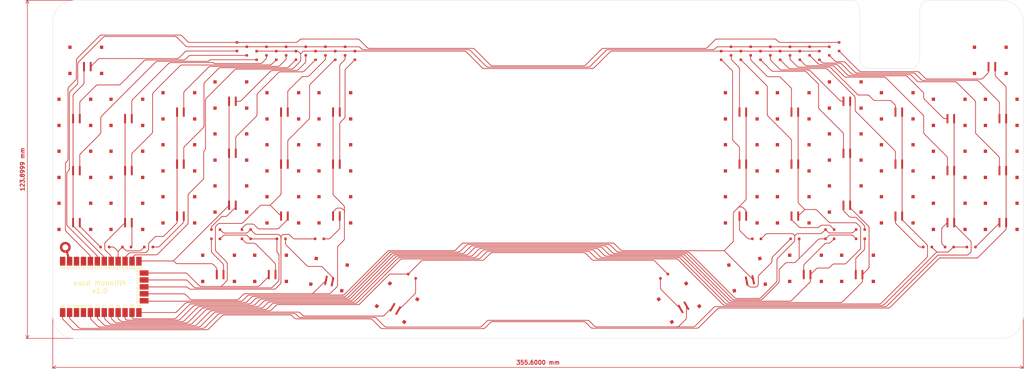
<source format=kicad_pcb>
(kicad_pcb (version 20240108) (generator "pcbnew") (generator_version "8.0")
  (layers (0 "F.Cu" signal) (31 "B.Cu" signal) (34 "B.Paste" user) (35 "F.Paste" user) (36 "B.SilkS" user "B.Silkscreen") (37 "F.SilkS" user "F.Silkscreen") (38 "B.Mask" user) (39 "F.Mask" user) (44 "Edge.Cuts" user))
  (net 0 "")
  (net 1 "Net-(D1-A)")
  (net 2 "Net-(D1-K)")
  (net 3 "Net-(D2-A)")
  (net 4 "Net-(D3-A)")
  (net 5 "Net-(D4-A)")
  (net 6 "Net-(D5-A)")
  (net 7 "Net-(D6-A)")
  (net 8 "Net-(D7-A)")
  (net 9 "Net-(D8-A)")
  (net 10 "Net-(D10-K)")
  (net 11 "Net-(D9-A)")
  (net 12 "Net-(D10-A)")
  (net 13 "Net-(D11-A)")
  (net 14 "Net-(D12-A)")
  (net 15 "Net-(D13-A)")
  (net 16 "Net-(D14-K)")
  (net 17 "Net-(D14-A)")
  (net 18 "Net-(D15-A)")
  (net 19 "Net-(D16-A)")
  (net 20 "Net-(D17-K)")
  (net 21 "Net-(D17-A)")
  (net 22 "Net-(D18-A)")
  (net 23 "Net-(D19-A)")
  (net 24 "Net-(D20-K)")
  (net 25 "Net-(D20-A)")
  (net 26 "Net-(D21-A)")
  (net 27 "Net-(D22-A)")
  (net 28 "Net-(D23-A)")
  (net 29 "Net-(D24-A)")
  (net 30 "Net-(D25-A)")
  (net 31 "Net-(D26-A)")
  (net 32 "Net-(D27-A)")
  (net 33 "Net-(D28-A)")
  (net 34 "Net-(D29-A)")
  (net 35 "Net-(D30-A)")
  (net 36 "Net-(D31-A)")
  (net 37 "Net-(D32-A)")
  (net 38 "Net-(D33-A)")
  (net 39 "Net-(D34-A)")
  (net 40 "Net-(D35-A)")
  (net 41 "Net-(D36-A)")
  (net 42 "Net-(D37-A)")
  (net 43 "Net-(D38-A)")
  (net 44 "Net-(D39-A)")
  (net 45 "Net-(D40-K)")
  (net 46 "Net-(D40-A)")
  (net 47 "Net-(D41-A)")
  (net 48 "Net-(D42-A)")
  (net 49 "Net-(D43-A)")
  (net 50 "Net-(D43-K)")
  (net 51 "Net-(D44-A)")
  (net 52 "Net-(D45-A)")
  (net 53 "Net-(D2-K)")
  (net 54 "Net-(U1-D20)")
  (net 55 "Net-(U1-D21)")
  (net 56 "Net-(U1-D27)")
  (net 57 "Net-(U1-D26)")
  (net 58 "Net-(U1-D06)")
  (net 59 "Net-(U1-D02)")
  (net 60 "Net-(D37-K)")
  (net 66 "GND")
  (net 67 "Net-(U1-D13)")
  (net 68 "Net-(U1-D00)")
  (net 69 "Net-(U1-D12)")
  (net 70 "Net-(U1-D01)")
  (net 71 "Net-(U1-D05)")
  (net 72 "Net-(U1-D07)")
  (net 73 "Net-(U1-D16)")
  (net 74 "Net-(D23-K)")
  (net 75 "Net-(D46-A)")
  (footprint "monolith:1N4148W" (layer "F.Cu") (at 279.41 86.6 -90)
    (property "Reference" "D30" (hide yes))
    (property "Value" "Diode" (hide yes))
  )
  (footprint "monolith:1N4148W" (layer "F.Cu") (at 109.2 86.6 -90)
    (property "Reference" "D3" (hide yes))
    (property "Value" "Diode" (hide yes))
  )
  (footprint "monolith:1N4148W" (layer "F.Cu") (at 311.81 88.200001 -90)
    (property "Reference" "D31" (hide yes))
    (property "Value" "Diode" (hide yes))
  )
  (footprint "monolith:1N4148W" (layer "F.Cu") (at 116.4 86.6 -90)
    (property "Reference" "D4" (hide yes))
    (property "Value" "Diode" (hide yes))
  )
  (footprint "monolith:1N4148W" (layer "F.Cu") (at 351.41 158.4 180)
    (property "Reference" "D39" (hide yes))
    (property "Value" "Diode" (hide yes))
  )
  (footprint "monolith:1N4148W" (layer "F.Cu") (at 293.81 86.6 -90)
    (property "Reference" "D28" (hide yes))
    (property "Value" "Diode" (hide yes))
  )
  (footprint "monolith:Cherry-MX-ULP-SMD" (layer "F.Cu") (at 285.295 168.5 12)
    (property "Reference" "SW45" (hide yes))
    (property "Value" "MX-ULP" (hide yes))
  )
  (footprint "monolith:Cherry-MX-ULP-SMD" (layer "F.Cu") (at 283.16 144.76875)
    (property "Reference" "SW42" (hide yes))
    (property "Value" "MX-ULP" (hide yes))
  )
  (footprint "monolith:Cherry-MX-ULP-SMD" (layer "F.Cu") (at 77.1 106.66875)
    (property "Reference" "SW4" (hide yes))
    (property "Value" "MX-ULP" (hide yes))
  )
  (footprint "monolith:1N4148W" (layer "F.Cu") (at 319.01 85 -90)
    (property "Reference" "D24" (hide yes))
    (property "Value" "Diode" (hide yes))
  )
  (footprint "monolith:1N4148W" (layer "F.Cu") (at 58 158.4)
    (property "Reference" "D15" (hide yes))
    (property "Value" "Diode" (hide yes))
  )
  (footprint "monolith:Cherry-MX-ULP-SMD" (layer "F.Cu") (at 58.05 128.1)
    (property "Reference" "SW9" (hide yes))
    (property "Value" "MX-ULP" (hide yes))
  )
  (footprint "monolith:1N4148W" (layer "F.Cu") (at 326.81 152)
    (property "Reference" "D40" (hide yes))
    (property "Value" "Diode" (hide yes))
  )
  (footprint "monolith:1N4148W" (layer "F.Cu") (at 286.61 86.6 -90)
    (property "Reference" "D29" (hide yes))
    (property "Value" "Diode" (hide yes))
  )
  (footprint "monolith:Cherry-MX-ULP-SMD" (layer "F.Cu") (at 302.21 144.76875)
    (property "Reference" "SW41" (hide yes))
    (property "Value" "MX-ULP" (hide yes))
  )
  (footprint "monolith:1N4148W" (layer "F.Cu") (at 288.81 155.4 180)
    (property "Reference" "D42" (hide yes))
    (property "Value" "Diode" (hide yes))
  )
  (footprint "monolith:Cherry-MX-ULP-SMD" (layer "F.Cu") (at 39 109.05)
    (property "Reference" "SW2" (hide yes))
    (property "Value" "MX-ULP" (hide yes))
  )
  (footprint "monolith:Cherry-MX-ULP-SMD" (layer "F.Cu") (at 96.15 102.7)
    (property "Reference" "SW5" (hide yes))
    (property "Value" "MX-ULP" (hide yes))
  )
  (footprint "monolith:1N4148W" (layer "F.Cu") (at 283.01 88.200001 -90)
    (property "Reference" "D35" (hide yes))
    (property "Value" "Diode" (hide yes))
  )
  (footprint "monolith:1N4148W" (layer "F.Cu") (at 127.2 88.2 -90)
    (property "Reference" "D11" (hide yes))
    (property "Value" "Diode" (hide yes))
  )
  (footprint "monolith:Cherry-MX-ULP-SMD-wide" (layer "F.Cu") (at 43.0025 90)
    (property "Reference" "SW1" (hide yes))
    (property "Value" "MX-ULP" (hide yes))
  )
  (footprint "monolith:1N4148W" (layer "F.Cu") (at 101.8 152 180)
    (property "Reference" "D18" (hide yes))
    (property "Value" "Diode" (hide yes))
  )
  (footprint "monolith:1N4148W" (layer "F.Cu") (at 134.4 88.2 -90)
    (property "Reference" "D12" (hide yes))
    (property "Value" "Diode" (hide yes))
  )
  (footprint "monolith:Cherry-MX-ULP-SMD" (layer "F.Cu") (at 340.31 125.71875)
    (property "Reference" "SW33" (hide yes))
    (property "Value" "MX-ULP" (hide yes))
  )
  (footprint "monolith:Cherry-MX-ULP-SMD" (layer "F.Cu") (at 134.25 125.71875)
    (property "Reference" "SW13" (hide yes))
    (property "Value" "MX-ULP" (hide yes))
  )
  (footprint "monolith:1N4148W" (layer "F.Cu") (at 105.6 88.2 -90)
    (property "Reference" "D8" (hide yes))
    (property "Value" "Diode" (hide yes))
  )
  (footprint "monolith:1N4148W" (layer "F.Cu") (at 141.6 88.2 -90)
    (property "Reference" "D13" (hide yes))
    (property "Value" "Diode" (hide yes))
  )
  (footprint "monolith:Cherry-MX-ULP-SMD" (layer "F.Cu") (at 283.16 106.66875)
    (property "Reference" "SW30" (hide yes))
    (property "Value" "MX-ULP" (hide yes))
  )
  (footprint "monolith:1N4148W" (layer "F.Cu") (at 50 158.4 180)
    (property "Reference" "D14" (hide yes))
    (property "Value" "Diode" (hide yes))
  )
  (footprint "monolith:1N4148W" (layer "F.Cu") (at 315.41 86.6 -90)
    (property "Reference" "D25" (hide yes))
    (property "Value" "Diode" (hide yes))
  )
  (footprint "monolith:1N4148W" (layer "F.Cu") (at 326.81 155.4)
    (property "Reference" "D43" (hide yes))
    (property "Value" "Diode" (hide yes))
  )
  (footprint "monolith:Cherry-MX-ULP-SMD" (layer "F.Cu") (at 115.2 106.66875)
    (property "Reference" "SW6" (hide yes))
    (property "Value" "MX-ULP" (hide yes))
  )
  (footprint "monolith:Cherry-MX-ULP-SMD" (layer "F.Cu") (at 321.26 102.7)
    (property "Reference" "SW28" (hide yes))
    (property "Value" "MX-ULP" (hide yes))
  )
  (footprint "monolith:Cherry-MX-ULP-SMD" (layer "F.Cu") (at 96.15 121.75)
    (property "Reference" "SW11" (hide yes))
    (property "Value" "MX-ULP" (hide yes))
  )
  (footprint "monolith:Cherry-MX-ULP-SMD" (layer "F.Cu") (at 340.31 144.76875)
    (property "Reference" "SW39" (hide yes))
    (property "Value" "MX-ULP" (hide yes))
  )
  (footprint "monolith:Cherry-MX-ULP-SMD-wide" (layer "F.Cu") (at 157.0575 178.8 -30)
    (property "Reference" "SW23" (hide yes))
    (property "Value" "MX-ULP" (hide yes))
  )
  (footprint "monolith:Cherry-MX-ULP-SMD" (layer "F.Cu") (at 134.25 106.66875)
    (property "Reference" "SW7" (hide yes))
    (property "Value" "MX-ULP" (hide yes))
  )
  (footprint "monolith:1N4148W" (layer "F.Cu") (at 302.81 155.4 180)
    (property "Reference" "D45" (hide yes))
    (property "Value" "Diode" (hide yes))
  )
  (footprint "monolith:1N4148W" (layer "F.Cu") (at 297.41 88.200001 -90)
    (property "Reference" "D33" (hide yes))
    (property "Value" "Diode" (hide yes))
  )
  (footprint "monolith:Cherry-MX-ULP-SMD" (layer "F.Cu") (at 306.71 166.2)
    (property "Reference" "SW44" (hide yes))
    (property "Value" "MX-ULP" (hide yes))
  )
  (footprint "monolith:Cherry-MX-ULP-SMD" (layer "F.Cu") (at 302.21 125.71875)
    (property "Reference" "SW35" (hide yes))
    (property "Value" "MX-ULP" (hide yes))
  )
  (footprint "monolith:1N4148W" (layer "F.Cu") (at 130.8 86.6 -90)
    (property "Reference" "D6" (hide yes))
    (property "Value" "Diode" (hide yes))
  )
  (footprint "monolith:Cherry-MX-ULP-SMD" (layer "F.Cu") (at 77.1 125.71875)
    (property "Reference" "SW10" (hide yes))
    (property "Value" "MX-ULP" (hide yes))
  )
  (footprint "monolith:Cherry-MX-ULP-SMD" (layer "F.Cu") (at 302.21 106.66875)
    (property "Reference" "SW29" (hide yes))
    (property "Value" "MX-ULP" (hide yes))
  )
  (footprint "monolith:Cherry-MX-ULP-SMD" (layer "F.Cu") (at 115.2 144.76875)
    (property "Reference" "SW18" (hide yes))
    (property "Value" "MX-ULP" (hide yes))
  )
  (footprint "monolith:Cherry-MX-ULP-SMD" (layer "F.Cu") (at 77.1 144.76875)
    (property "Reference" "SW16" (hide yes))
    (property "Value" "MX-ULP" (hide yes))
  )
  (footprint "monolith:1N4148W" (layer "F.Cu") (at 112.8 88.2 -90)
    (property "Reference" "D9" (hide yes))
    (property "Value" "Diode" (hide yes))
  )
  (footprint "monolith:1N4148W" (layer "F.Cu") (at 102 86.6 -90)
    (property "Reference" "D2" (hide yes))
    (property "Value" "Diode" (hide yes))
  )
  (footprint "monolith:Cherry-MX-ULP-SMD-wide" (layer "F.Cu") (at 260.3525 178.8 30)
    (property "Reference" "SW46" (hide yes))
    (property "Value" "MX-ULP" (hide yes))
  )
  (footprint "monolith:Cherry-MX-ULP-SMD" (layer "F.Cu") (at 378.41 109.05)
    (property "Reference" "SW25" (hide yes))
    (property "Value" "MX-ULP" (hide yes))
  )
  (footprint "monolith:1N4148W" (layer "F.Cu") (at 290.21 88.200001 -90)
    (property "Reference" "D34" (hide yes))
    (property "Value" "Diode" (hide yes))
  )
  (footprint "monolith:Cherry-MX-ULP-SMD" (layer "F.Cu") (at 39 128.1)
    (property "Reference" "SW8" (hide yes))
    (property "Value" "MX-ULP" (hide yes))
  )
  (footprint "monolith:Cherry-MX-ULP-SMD" (layer "F.Cu") (at 321.26 121.75)
    (property "Reference" "SW34" (hide yes))
    (property "Value" "MX-ULP" (hide yes))
  )
  (footprint "monolith:1N4148W" (layer "F.Cu") (at 315.61 152)
    (property "Reference" "D41" (hide yes))
    (property "Value" "Diode" (hide yes))
  )
  (footprint "monolith:1N4148W" (layer "F.Cu") (at 162.5 169.1 -30)
    (property "Reference" "D23" (hide yes))
    (property "Value" "Diode" (hide yes))
  )
  (footprint "monolith:Cherry-MX-ULP-SMD" (layer "F.Cu") (at 378.41 128.1)
    (property "Reference" "SW31" (hide yes))
    (property "Value" "MX-ULP" (hide yes))
  )
  (footprint "monolith:Cherry-MX-ULP-SMD" (layer "F.Cu") (at 110.7 166.2)
    (property "Reference" "SW21" (hide yes))
    (property "Value" "MX-ULP" (hide yes))
  )
  (footprint "monolith:Cherry-MX-ULP-SMD" (layer "F.Cu") (at 283.16 125.71875)
    (property "Reference" "SW36" (hide yes))
    (property "Value" "MX-ULP" (hide yes))
  )
  (footprint "monolith:1N4148W" (layer "F.Cu") (at 90.6 155.4 180)
    (property "Reference" "D20" (hide yes))
    (property "Value" "Diode" (hide yes))
  )
  (footprint "monolith:Cherry-MX-ULP-SMD" (layer "F.Cu") (at 359.36 128.1)
    (property "Reference" "SW32" (hide yes))
    (property "Value" "MX-ULP" (hide yes))
  )
  (footprint "monolith:Cherry-MX-ULP-SMD" (layer "F.Cu") (at 134.25 144.76875)
    (property "Reference" "SW19" (hide yes))
    (property "Value" "MX-ULP" (hide yes))
  )
  (footprint "monolith:Cherry-MX-ULP-SMD" (layer "F.Cu") (at 378.41 147.15)
    (property "Reference" "SW37" (hide yes))
    (property "Value" "MX-ULP" (hide yes))
  )
  (footprint "monolith:Cherry-MX-ULP-SMD" (layer "F.Cu") (at 58.05 109.05)
    (property "Reference" "SW3" (hide yes))
    (property "Value" "MX-ULP" (hide yes))
  )
  (footprint "monolith:Cherry-MX-ULP-SMD" (layer "F.Cu") (at 96.15 140.8)
    (property "Reference" "SW17" (hide yes))
    (property "Value" "MX-ULP" (hide yes))
  )
  (footprint "monolith:1N4148W" (layer "F.Cu") (at 128.6 155.4)
    (property "Reference" "D19" (hide yes))
    (property "Value" "Diode" (hide yes))
  )
  (footprint "monolith:Cherry-MX-ULP-SMD" (layer "F.Cu") (at 115.2 125.71875)
    (property "Reference" "SW12" (hide yes))
    (property "Value" "MX-ULP" (hide yes))
  )
  (footprint "monolith:1N4148W" (layer "F.Cu") (at 90.6 152 180)
    (property "Reference" "D17" (hide yes))
    (property "Value" "Diode" (hide yes))
  )
  (footprint "monolith:Cherry-MX-ULP-SMD" (layer "F.Cu") (at 39 147.15)
    (property "Reference" "SW14" (hide yes))
    (property "Value" "MX-ULP" (hide yes))
  )
  (footprint "monolith:1N4148W" (layer "F.Cu") (at 308.21 86.6 -90)
    (property "Reference" "D26" (hide yes))
    (property "Value" "Diode" (hide yes))
  )
  (footprint "monolith:1N4148W" (layer "F.Cu") (at 114.6 155.4)
    (property "Reference" "D22" (hide yes))
    (property "Value" "Diode" (hide yes))
  )
  (footprint "monolith:1N4148W" (layer "F.Cu") (at 304.61 88.200001 -90)
    (property "Reference" "D32" (hide yes))
    (property "Value" "Diode" (hide yes))
  )
  (footprint "monolith:1N4148W" (layer "F.Cu") (at 301.01 86.6 -90)
    (property "Reference" "D27" (hide yes))
    (property "Value" "Diode" (hide yes))
  )
  (footprint "monolith:1N4148W" (layer "F.Cu") (at 138 86.6 -90)
    (property "Reference" "D7" (hide yes))
    (property "Value" "Diode" (hide yes))
  )
  (footprint "monolith:Cherry-MX-ULP-SMD" (layer "F.Cu") (at 58.05 147.15)
    (property "Reference" "SW15" (hide yes))
    (property "Value" "MX-ULP" (hide yes))
  )
  (footprint "monolith:1N4148W" (layer "F.Cu") (at 101.8 155.4 180)
    (property "Reference" "D21" (hide yes))
    (property "Value" "Diode" (hide yes))
  )
  (footprint "monolith:Cherry-MX-ULP-SMD" (layer "F.Cu") (at 340.31 106.66875)
    (property "Reference" "SW27" (hide yes))
    (property "Value" "MX-ULP" (hide yes))
  )
  (footprint "monolith:Cherry-MX-ULP-SMD" (layer "F.Cu") (at 132.115 168.5 -12)
    (property "Reference" "SW22" (hide yes))
    (property "Value" "MX-ULP" (hide yes))
  )
  (footprint "monolith:1N4148W" (layer "F.Cu") (at 66 158.4)
    (property "Reference" "D16" (hide yes))
    (property "Value" "Diode" (hide yes))
  )
  (footprint "monolith:Cherry-MX-ULP-SMD" (layer "F.Cu") (at 359.36 109.05)
    (property "Reference" "SW26" (hide yes))
    (property "Value" "MX-ULP" (hide yes))
  )
  (footprint "monolith:Cherry-MX-ULP-SMD-wide" (layer "F.Cu") (at 374.4075 90)
    (property "Reference" "SW24" (hide yes))
    (property "Value" "MX-ULP" (hide yes))
  )
  (footprint "monolith:1N4148W" (layer "F.Cu") (at 315.61 155.4)
    (property "Reference" "D44" (hide yes))
    (property "Value" "Diode" (hide yes))
  )
  (footprint "monolith:GroundedMountingHole" (layer "F.Cu") (at 35.5 158.5 -70)
    (property "Reference" "MH1" (hide yes))
    (property "Value" "~")
  )
  (footprint "monolith:Cherry-MX-ULP-SMD" (layer "F.Cu") (at 359.36 147.15)
    (property "Reference" "SW38" (hide yes))
    (property "Value" "MX-ULP" (hide yes))
  )
  (footprint "monolith:Elite-Pi-SMD" (layer "F.Cu") (at 48.5 173)
    (property "Reference" "U1" (hide yes))
    (property "Value" "Elite-Pi" (hide yes))
  )
  (footprint "monolith:1N4148W" (layer "F.Cu") (at 367.41 158.4)
    (property "Reference" "D37" (hide yes))
    (property "Value" "Diode" (hide yes))
  )
  (footprint "monolith:1N4148W" (layer "F.Cu") (at 98.4 85 -90)
    (property "Reference" "D1" (hide yes))
    (property "Value" "Diode" (hide yes))
  )
  (footprint "monolith:1N4148W" (layer "F.Cu") (at 359.41 158.4 180)
    (property "Reference" "D38" (hide yes))
    (property "Value" "Diode" (hide yes))
  )
  (footprint "monolith:Cherry-MX-ULP-SMD" (layer "F.Cu") (at 325.76 166.2)
    (property "Reference" "SW43" (hide yes))
    (property "Value" "MX-ULP" (hide yes))
  )
  (footprint "monolith:1N4148W" (layer "F.Cu") (at 254.91 169.1 -150)
    (property "Reference" "D46" (hide yes))
    (property "Value" "Diode" (hide yes))
  )
  (footprint "monolith:Cherry-MX-ULP-SMD" (layer "F.Cu") (at 321.26 140.8)
    (property "Reference" "SW40" (hide yes))
    (property "Value" "MX-ULP" (hide yes))
  )
  (footprint "monolith:Cherry-MX-ULP-SMD" (layer "F.Cu") (at 91.65 166.2)
    (property "Reference" "SW20" (hide yes))
    (property "Value" "MX-ULP" (hide yes))
  )
  (footprint "monolith:1N4148W" (layer "F.Cu") (at 275.81 88.200001 -90)
    (property "Reference" "D36" (hide yes))
    (property "Value" "Diode" (hide yes))
  )
  (footprint "monolith:1N4148W" (layer "F.Cu") (at 123.6 86.6 -90)
    (property "Reference" "D5" (hide yes))
    (property "Value" "Diode" (hide yes))
  )
  (footprint "monolith:1N4148W" (layer "F.Cu") (at 120 88.2 -90)
    (property "Reference" "D10" (hide yes))
    (property "Value" "Diode" (hide yes))
  )
  (gr_poly (pts (xy 378.92 68) (xy 379.327209 68.030757) (xy 379.728366 68.081416) (xy 380.122976 68.151482) (xy 380.510543 68.24046) (xy 380.890574 68.347855) (xy 381.262573 68.473172) (xy 381.626044 68.615917) (xy 381.980495 68.775595) (xy 382.325429 68.95171) (xy 382.660351 69.143768) (xy 382.984768 69.351275) (xy 383.298183 69.573734) (xy 383.600102 69.810653) (xy 383.89003 70.061534) (xy 384.167473 70.325885) (xy 384.431935 70.60321) (xy 384.682921 70.893014) (xy 384.919937 71.194802) (xy 385.142488 71.50808) (xy 385.350079 71.832352) (xy 385.542214 72.167124) (xy 385.7184 72.511901) (xy 385.878141 72.866187) (xy 386.020942 73.22949) (xy 386.146309 73.601313) (xy 386.253746 73.981161) (xy 386.342759 74.36854) (xy 386.412852 74.762955) (xy 386.463532 75.163911) (xy 386.494303 75.570913) (xy 386.504669 75.983467) (xy 386.504669 183.896263) (xy 386.494303 184.308815) (xy 386.463532 184.715813) (xy 386.412853 185.116762) (xy 386.34276 185.511167) (xy 386.253747 185.898534) (xy 386.146311 186.278368) (xy 386.020945 186.650175) (xy 385.878145 187.013459) (xy 385.718405 187.367726) (xy 385.54222 187.712483) (xy 385.350086 188.047232) (xy 385.142496 188.371482) (xy 384.919946 188.684736) (xy 384.682931 188.9865) (xy 384.431946 189.276279) (xy 384.167485 189.553579) (xy 383.890043 189.817906) (xy 383.600115 190.068763) (xy 383.298196 190.305658) (xy 382.984781 190.528095) (xy 382.660365 190.735579) (xy 382.325442 190.927616) (xy 381.980508 191.103711) (xy 381.626057 191.263371) (xy 381.262585 191.406099) (xy 380.890585 191.531402) (xy 380.510553 191.638784) (xy 380.122984 191.727751) (xy 379.728373 191.797809) (xy 379.327214 191.848463) (xy 378.920002 191.879218) (xy 378.507233 191.88958) (xy 38.902638 191.88958) (xy 38.489867 191.879218) (xy 38.082652 191.848463) (xy 37.681487 191.797809) (xy 37.286866 191.727751) (xy 36.899286 191.638784) (xy 36.51924 191.531402) (xy 36.147225 191.406099) (xy 35.783735 191.263371) (xy 35.429265 191.103711) (xy 35.084311 190.927616) (xy 34.749366 190.735579) (xy 34.424927 190.528095) (xy 34.111489 190.305658) (xy 33.809546 190.068763) (xy 33.519594 189.817906) (xy 33.242128 189.553579) (xy 32.977642 189.276279) (xy 32.726632 188.9865) (xy 32.489593 188.684736) (xy 32.267019 188.371482) (xy 32.059407 188.047232) (xy 31.86725 187.712483) (xy 31.691045 187.367726) (xy 31.531286 187.013459) (xy 31.388468 186.650175) (xy 31.263086 186.278368) (xy 31.155635 185.898534) (xy 31.066611 185.511167) (xy 30.996508 185.116762) (xy 30.945822 184.715813) (xy 30.915047 184.308815) (xy 30.904679 183.896263) (xy 30.904679 75.983467) (xy 30.915047 75.570913) (xy 30.945822 75.163911) (xy 30.996508 74.762956) (xy 31.066611 74.368541) (xy 31.155635 73.981162) (xy 31.263085 73.601315) (xy 31.388467 73.229493) (xy 31.531285 72.866191) (xy 31.691044 72.511905) (xy 31.86725 72.167128) (xy 32.059406 71.832357) (xy 32.267018 71.508086) (xy 32.489591 71.194808) (xy 32.726631 70.893021) (xy 32.977641 70.603218) (xy 33.242126 70.325894) (xy 33.519593 70.061544) (xy 33.809545 69.810662) (xy 34.111487 69.573744) (xy 34.424926 69.351285) (xy 34.749364 69.143778) (xy 35.084309 68.95172) (xy 35.429263 68.775605) (xy 35.783733 68.615927) (xy 36.147223 68.473181) (xy 36.519239 68.347863) (xy 36.899284 68.240467) (xy 37.286865 68.151488) (xy 37.681486 68.081421) (xy 38.082651 68.030761) (xy 38.489867 68.000002) (xy 38.902638 67.989639) (xy 323.556854 67.989796) (xy 323.742823 67.999283) (xy 323.923 68.018573) (xy 324.097379 68.047425) (xy 324.265952 68.085601) (xy 324.428711 68.132863) (xy 324.58565 68.18897) (xy 324.73676 68.253684) (xy 324.882034 68.326766) (xy 325.021466 68.407978) (xy 325.155048 68.497079) (xy 325.282772 68.593831) (xy 325.40463 68.697996) (xy 325.520617 68.809333) (xy 325.630723 68.927604) (xy 325.734943 69.052571) (xy 325.833268 69.183993) (xy 325.92569 69.321633) (xy 326.012204 69.465251) (xy 326.167474 69.769464) (xy 326.299017 70.094722) (xy 326.406777 70.439113) (xy 326.490692 70.800724) (xy 326.550705 71.177643) (xy 326.586755 71.56796) (xy 326.598786 71.969761) (xy 326.598786 88.909813) (xy 326.602844 89.115526) (xy 326.614891 89.31847) (xy 326.634732 89.518398) (xy 326.662174 89.715064) (xy 326.697022 89.90822) (xy 326.739083 90.09762) (xy 326.788163 90.283017) (xy 326.844068 90.464165) (xy 326.906604 90.640817) (xy 326.975578 90.812727) (xy 327.050796 90.979647) (xy 327.132063 91.141332) (xy 327.219186 91.297533) (xy 327.311971 91.448006) (xy 327.410224 91.592503) (xy 327.513752 91.730777) (xy 327.62236 91.862582) (xy 327.735855 91.987671) (xy 327.854043 92.105797) (xy 327.97673 92.216714) (xy 328.103722 92.320175) (xy 328.234826 92.415934) (xy 328.369847 92.503743) (xy 328.508591 92.583357) (xy 328.650866 92.654528) (xy 328.796476 92.71701) (xy 328.945229 92.770556) (xy 329.09693 92.814919) (xy 329.251385 92.849853) (xy 329.408401 92.875112) (xy 329.567784 92.890448) (xy 329.72934 92.895615) (xy 345.380585 92.895615) (xy 345.542136 92.890448) (xy 345.701513 92.875112) (xy 345.85852 92.849853) (xy 346.012964 92.814919) (xy 346.164651 92.770556) (xy 346.313389 92.71701) (xy 346.458983 92.654528) (xy 346.601239 92.583357) (xy 346.739965 92.503743) (xy 346.874965 92.415934) (xy 347.006047 92.320175) (xy 347.133017 92.216714) (xy 347.255681 92.105797) (xy 347.373845 91.987671) (xy 347.487317 91.862582) (xy 347.595902 91.730777) (xy 347.797636 91.448006) (xy 347.977499 91.141332) (xy 348.133942 90.812727) (xy 348.265414 90.464165) (xy 348.370368 90.09762) (xy 348.447253 89.715064) (xy 348.49452 89.31847) (xy 348.506563 89.115526) (xy 348.51062 88.909813) (xy 348.51062 71.969761) (xy 348.513794 71.767577) (xy 348.523291 71.568087) (xy 348.53907 71.371524) (xy 348.561094 71.178121) (xy 348.589321 70.988109) (xy 348.623713 70.801722) (xy 348.664231 70.619192) (xy 348.710835 70.440752) (xy 348.763485 70.266633) (xy 348.822143 70.09707) (xy 348.886769 69.932294) (xy 348.957324 69.772538) (xy 349.033768 69.618035) (xy 349.116062 69.469017) (xy 349.204167 69.325717) (xy 349.298042 69.188366) (xy 349.39765 69.057199) (xy 349.502951 68.932448) (xy 349.613904 68.814344) (xy 349.730471 68.703121) (xy 349.852613 68.599011) (xy 349.98029 68.502247) (xy 350.113462 68.413062) (xy 350.252091 68.331687) (xy 350.396136 68.258356) (xy 350.54556 68.193301) (xy 350.700322 68.136755) (xy 350.860382 68.08895) (xy 351.025702 68.050119) (xy 351.196242 68.020495) (xy 351.371964 68.000309) (xy 351.552826 67.989796) (xy 378.507233 67.989639)) (stroke (width 0.099945)) (fill none) (layer "Edge.Cuts"))
  (gr_text "escd monolith\nv1.0" (at 48.2 175.5 0) (layer "F.SilkS") (effects (font (size 1.8 1.8) (thickness 0.3) (bold yes)) (justify bottom)))
  (dimension (type aligned) (layer "F.Cu") (pts (xy 30.904679 183.896263) (xy 386.504669 183.896263)) (height 18.603737) (gr_text "355.6000 mm" (at 208.704674 200.7 0) (layer "F.Cu") (effects (font (size 1.5 1.5) (thickness 0.3)))) (format (prefix "") (suffix "") (units 3) (units_format 1) (precision 4)) (style (thickness 0.2) (arrow_length 1.27) (text_position_mode 0) (extension_height 0.58642) (extension_offset 0.5) keep_text_aligned))
  (dimension (type aligned) (layer "F.Cu") (pts (xy 38.902638 67.989639) (xy 38.902638 191.88958)) (height 17.302637) (gr_text "123.8999 mm" (at 19.800001 129.93961 90) (layer "F.Cu") (effects (font (size 1.5 1.5) (thickness 0.3)))) (format (prefix "") (suffix "") (units 3) (units_format 1) (precision 4)) (style (thickness 0.2) (arrow_length 1.27) (text_position_mode 0) (extension_height 0.58642) (extension_offset 0.5) keep_text_aligned))
  (segment (start 77.192893 89.057107) (end 79.382107 86.867893) (width 0.25) (layer "F.Cu") (net 1))
  (segment (start 48.166714 89.35) (end 76.485786 89.35) (width 0.25) (layer "F.Cu") (net 1))
  (segment (start 44.8025 92.3) (end 47.459607 89.642893) (width 0.25) (layer "F.Cu") (net 1))
  (segment (start 80.089214 86.575) (end 98.4 86.575) (width 0.25) (layer "F.Cu") (net 1))
  (arc (start 48.166714 89.35) (mid 47.784031 89.42612) (end 47.459607 89.642893) (width 0.25) (layer "F.Cu") (net 1))
  (arc (start 76.485786 89.35) (mid 76.868469 89.27388) (end 77.192893 89.057107) (width 0.25) (layer "F.Cu") (net 1))
  (arc (start 80.089214 86.575) (mid 79.706531 86.65112) (end 79.382107 86.867893) (width 0.25) (layer "F.Cu") (net 1))
  (segment (start 319.01 83.425) (end 297.439214 83.425) (width 0.25) (layer "F.Cu") (net 2))
  (segment (start 273.557107 82.492893) (end 270.742893 85.307107) (width 0.25) (layer "F.Cu") (net 2))
  (segment (start 35.55 152.035786) (end 35.55 127.964214) (width 0.25) (layer "F.Cu") (net 2))
  (segment (start 120.010786 83.425) (end 98.4 83.425) (width 0.25) (layer "F.Cu") (net 2))
  (segment (start 81.039214 83.425) (end 98.4 83.425) (width 0.25) (layer "F.Cu") (net 2))
  (segment (start 295.385786 82.2) (end 274.264214 82.2) (width 0.25) (layer "F.Cu") (net 2))
  (segment (start 231.967107 85.892893) (end 226.152893 91.707107) (width 0.25) (layer "F.Cu") (net 2))
  (segment (start 44.69 163.602) (end 44.69 162.004214) (width 0.25) (layer "F.Cu") (net 2))
  (segment (start 36.792893 99.757107) (end 39.257107 97.292893) (width 0.25) (layer "F.Cu") (net 2))
  (segment (start 121.357107 82.492893) (end 120.717893 83.132107) (width 0.25) (layer "F.Cu") (net 2))
  (segment (start 35.842893 127.257107) (end 36.207107 126.892893) (width 0.25) (layer "F.Cu") (net 2))
  (segment (start 39.55 96.585786) (end 39.55 89.964214) (width 0.25) (layer "F.Cu") (net 2))
  (segment (start 48.764214 80.75) (end 77.535786 80.75) (width 0.25) (layer "F.Cu") (net 2))
  (segment (start 184.735786 85.6) (end 146.814214 85.6) (width 0.25) (layer "F.Cu") (net 2))
  (segment (start 39.842893 89.257107) (end 48.057107 81.042893) (width 0.25) (layer "F.Cu") (net 2))
  (segment (start 191.257107 91.707107) (end 185.442893 85.892893) (width 0.25) (layer "F.Cu") (net 2))
  (segment (start 44.397107 161.297107) (end 35.842893 152.742893) (width 0.25) (layer "F.Cu") (net 2))
  (segment (start 296.732107 83.132107) (end 296.092893 82.492893) (width 0.25) (layer "F.Cu") (net 2))
  (segment (start 146.107107 85.307107) (end 143.292893 82.492893) (width 0.25) (layer "F.Cu") (net 2))
  (segment (start 270.035786 85.6) (end 232.674214 85.6) (width 0.25) (layer "F.Cu") (net 2))
  (segment (start 142.585786 82.2) (end 122.064214 82.2) (width 0.25) (layer "F.Cu") (net 2))
  (segment (start 36.5 126.185786) (end 36.5 100.464214) (width 0.25) (layer "F.Cu") (net 2))
  (segment (start 225.445786 92) (end 191.964214 92) (width 0.25) (layer "F.Cu") (net 2))
  (segment (start 78.242893 81.042893) (end 80.332107 83.132107) (width 0.25) (layer "F.Cu") (net 2))
  (arc (start 39.55 89.964214) (mid 39.62612 89.581531) (end 39.842893 89.257107) (width 0.25) (layer "F.Cu") (net 2))
  (arc (start 191.964214 92) (mid 191.581531 91.92388) (end 191.257107 91.707107) (width 0.25) (layer "F.Cu") (net 2))
  (arc (start 36.5 100.464214) (mid 36.57612 100.081531) (end 36.792893 99.757107) (width 0.25) (layer "F.Cu") (net 2))
  (arc (start 35.55 127.964214) (mid 35.62612 127.581531) (end 35.842893 127.257107) (width 0.25) (layer "F.Cu") (net 2))
  (arc (start 225.445786 92) (mid 225.828469 91.92388) (end 226.152893 91.707107) (width 0.25) (layer "F.Cu") (net 2))
  (arc (start 48.057107 81.042893) (mid 48.38153 80.82612) (end 48.764214 80.75) (width 0.25) (layer "F.Cu") (net 2))
  (arc (start 142.585786 82.2) (mid 142.968469 82.27612) (end 143.292893 82.492893) (width 0.25) (layer "F.Cu") (net 2))
  (arc (start 39.257107 97.292893) (mid 39.47388 96.96847) (end 39.55 96.585786) (width 0.25) (layer "F.Cu") (net 2))
  (arc (start 35.55 152.035786) (mid 35.62612 152.418469) (end 35.842893 152.742893) (width 0.25) (layer "F.Cu") (net 2))
  (arc (start 270.742893 85.307107) (mid 270.41847 85.52388) (end 270.035786 85.6) (width 0.25) (layer "F.Cu") (net 2))
  (arc (start 146.814214 85.6) (mid 146.431531 85.52388) (end 146.107107 85.307107) (width 0.25) (layer "F.Cu") (net 2))
  (arc (start 232.674214 85.6) (mid 232.291531 85.67612) (end 231.967107 85.892893) (width 0.25) (layer "F.Cu") (net 2))
  (arc (start 78.242893 81.042893) (mid 77.91847 80.82612) (end 77.535786 80.75) (width 0.25) (layer "F.Cu") (net 2))
  (arc (start 295.385786 82.2) (mid 295.768469 82.27612) (end 296.092893 82.492893) (width 0.25) (layer "F.Cu") (net 2))
  (arc (start 36.207107 126.892893) (mid 36.42388 126.56847) (end 36.5 126.185786) (width 0.25) (layer "F.Cu") (net 2))
  (arc (start 297.439214 83.425) (mid 297.056531 83.34888) (end 296.732107 83.132107) (width 0.25) (layer "F.Cu") (net 2))
  (arc (start 184.735786 85.6) (mid 185.118469 85.67612) (end 185.442893 85.892893) (width 0.25) (layer "F.Cu") (net 2))
  (arc (start 44.397107 161.297107) (mid 44.61388 161.62153) (end 44.69 162.004214) (width 0.25) (layer "F.Cu") (net 2))
  (arc (start 80.332107 83.132107) (mid 80.65653 83.34888) (end 81.039214 83.425) (width 0.25) (layer "F.Cu") (net 2))
  (arc (start 273.557107 82.492893) (mid 273.88153 82.27612) (end 274.264214 82.2) (width 0.25) (layer "F.Cu") (net 2))
  (arc (start 122.064214 82.2) (mid 121.681531 82.27612) (end 121.357107 82.492893) (width 0.25) (layer "F.Cu") (net 2))
  (arc (start 120.010786 83.425) (mid 120.393469 83.34888) (end 120.717893 83.132107) (width 0.25) (layer "F.Cu") (net 2))
  (segment (start 65.064214 89.85) (end 78.885786 89.85) (width 0.25) (layer "F.Cu") (net 3))
  (segment (start 55.792893 98.707107) (end 64.357107 90.142893) (width 0.25) (layer "F.Cu") (net 3))
  (segment (start 81.389214 88.175) (end 102 88.175) (width 0.25) (layer "F.Cu") (net 3))
  (segment (start 79.592893 89.557107) (end 80.682107 88.467893) (width 0.25) (layer "F.Cu") (net 3))
  (segment (start 47.414214 99) (end 55.085786 99) (width 0.25) (layer "F.Cu") (net 3))
  (segment (start 40.8 111.35) (end 40.8 105.614214) (width 0.25) (layer "F.Cu") (net 3))
  (segment (start 41.092893 104.907107) (end 46.707107 99.292893) (width 0.25) (layer "F.Cu") (net 3))
  (arc (start 65.064214 89.85) (mid 64.681531 89.92612) (end 64.357107 90.142893) (width 0.25) (layer "F.Cu") (net 3))
  (arc (start 46.707107 99.292893) (mid 47.03153 99.07612) (end 47.414214 99) (width 0.25) (layer "F.Cu") (net 3))
  (arc (start 55.085786 99) (mid 55.468469 98.92388) (end 55.792893 98.707107) (width 0.25) (layer "F.Cu") (net 3))
  (arc (start 78.885786 89.85) (mid 79.268469 89.77388) (end 79.592893 89.557107) (width 0.25) (layer "F.Cu") (net 3))
  (arc (start 41.092893 104.907107) (mid 40.87612 105.23153) (end 40.8 105.614214) (width 0.25) (layer "F.Cu") (net 3))
  (arc (start 81.389214 88.175) (mid 81.006531 88.25112) (end 80.682107 88.467893) (width 0.25) (layer "F.Cu") (net 3))
  (segment (start 89.896447 90.996447) (end 89.953554 91.053554) (width 0.25) (layer "F.Cu") (net 4))
  (segment (start 90.307107 91.2) (end 106.885786 91.2) (width 0.25) (layer "F.Cu") (net 4))
  (segment (start 59.85 111.35) (end 59.85 105.064214) (width 0.25) (layer "F.Cu") (net 4))
  (segment (start 60.142893 104.357107) (end 73.357107 91.142893) (width 0.25) (layer "F.Cu") (net 4))
  (segment (start 109.2 88.885786) (end 109.2 88.175) (width 0.25) (layer "F.Cu") (net 4))
  (segment (start 107.592893 90.907107) (end 108.907107 89.592893) (width 0.25) (layer "F.Cu") (net 4))
  (segment (start 74.064214 90.85) (end 89.542893 90.85) (width 0.25) (layer "F.Cu") (net 4))
  (arc (start 89.542893 90.85) (mid 89.734235 90.88806) (end 89.896447 90.996447) (width 0.25) (layer "F.Cu") (net 4))
  (arc (start 60.142893 104.357107) (mid 59.92612 104.68153) (end 59.85 105.064214) (width 0.25) (layer "F.Cu") (net 4))
  (arc (start 73.357107 91.142893) (mid 73.68153 90.92612) (end 74.064214 90.85) (width 0.25) (layer "F.Cu") (net 4))
  (arc (start 90.307107 91.2) (mid 90.115766 91.16194) (end 89.953554 91.053554) (width 0.25) (layer "F.Cu") (net 4))
  (arc (start 108.907107 89.592893) (mid 109.12388 89.26847) (end 109.2 88.885786) (width 0.25) (layer "F.Cu") (net 4))
  (arc (start 107.592893 90.907107) (mid 107.26847 91.12388) (end 106.885786 91.2) (width 0.25) (layer "F.Cu") (net 4))
  (segment (start 116.4 89.185786) (end 116.4 88.175) (width 0.25) (layer "F.Cu") (net 5))
  (segment (start 88.714214 92.2) (end 113.385786 92.2) (width 0.25) (layer "F.Cu") (net 5))
  (segment (start 79.192893 101.307107) (end 88.007107 92.492893) (width 0.25) (layer "F.Cu") (net 5))
  (segment (start 78.9 108.96875) (end 78.9 102.014214) (width 0.25) (layer "F.Cu") (net 5))
  (segment (start 114.092893 91.907107) (end 116.107107 89.892893) (width 0.25) (layer "F.Cu") (net 5))
  (arc (start 116.4 89.185786) (mid 116.32388 89.568469) (end 116.107107 89.892893) (width 0.25) (layer "F.Cu") (net 5))
  (arc (start 113.385786 92.2) (mid 113.768469 92.12388) (end 114.092893 91.907107) (width 0.25) (layer "F.Cu") (net 5))
  (arc (start 79.192893 101.307107) (mid 78.97612 101.63153) (end 78.9 102.014214) (width 0.25) (layer "F.Cu") (net 5))
  (arc (start 88.714214 92.2) (mid 88.331531 92.27612) (end 88.007107 92.492893) (width 0.25) (layer "F.Cu") (net 5))
  (segment (start 97.95 105) (end 99.285786 105) (width 0.25) (layer "F.Cu") (net 6))
  (segment (start 120.842893 93.407107) (end 123.307107 90.942893) (width 0.25) (layer "F.Cu") (net 6))
  (segment (start 111.414214 93.7) (end 120.135786 93.7) (width 0.25) (layer "F.Cu") (net 6))
  (segment (start 99.992893 104.707107) (end 110.707107 93.992893) (width 0.25) (layer "F.Cu") (net 6))
  (segment (start 123.6 90.235786) (end 123.6 88.175) (width 0.25) (layer "F.Cu") (net 6))
  (arc (start 111.414214 93.7) (mid 111.031531 93.77612) (end 110.707107 93.992893) (width 0.25) (layer "F.Cu") (net 6))
  (arc (start 123.307107 90.942893) (mid 123.52388 90.61847) (end 123.6 90.235786) (width 0.25) (layer "F.Cu") (net 6))
  (arc (start 120.842893 93.407107) (mid 120.51847 93.62388) (end 120.135786 93.7) (width 0.25) (layer "F.Cu") (net 6))
  (arc (start 99.992893 104.707107) (mid 99.66847 104.92388) (end 99.285786 105) (width 0.25) (layer "F.Cu") (net 6))
  (segment (start 130.8 89.285786) (end 130.8 88.175) (width 0.25) (layer "F.Cu") (net 7))
  (segment (start 117.292893 100.957107) (end 122.057107 96.192893) (width 0.25) (layer "F.Cu") (net 7))
  (segment (start 122.764214 95.9) (end 124.185786 95.9) (width 0.25) (layer "F.Cu") (net 7))
  (segment (start 117 108.96875) (end 117 101.664214) (width 0.25) (layer "F.Cu") (net 7))
  (segment (start 124.892893 95.607107) (end 130.507107 89.992893) (width 0.25) (layer "F.Cu") (net 7))
  (arc (start 117.292893 100.957107) (mid 117.07612 101.28153) (end 117 101.664214) (width 0.25) (layer "F.Cu") (net 7))
  (arc (start 124.892893 95.607107) (mid 124.56847 95.82388) (end 124.185786 95.9) (width 0.25) (layer "F.Cu") (net 7))
  (arc (start 130.8 89.285786) (mid 130.72388 89.668469) (end 130.507107 89.992893) (width 0.25) (layer "F.Cu") (net 7))
  (arc (start 122.764214 95.9) (mid 122.381531 95.97612) (end 122.057107 96.192893) (width 0.25) (layer "F.Cu") (net 7))
  (segment (start 138 89.285786) (end 138 88.175) (width 0.25) (layer "F.Cu") (net 8))
  (segment (start 136.05 108.96875) (end 136.05 92.064214) (width 0.25) (layer "F.Cu") (net 8))
  (segment (start 136.342893 91.357107) (end 137.707107 89.992893) (width 0.25) (layer "F.Cu") (net 8))
  (arc (start 136.342893 91.357107) (mid 136.12612 91.68153) (end 136.05 92.064214) (width 0.25) (layer "F.Cu") (net 8))
  (arc (start 137.707107 89.992893) (mid 137.92388 89.66847) (end 138 89.285786) (width 0.25) (layer "F.Cu") (net 8))
  (segment (start 88.171447 90.203553) (end 88.453554 89.921446) (width 0.25) (layer "F.Cu") (net 9))
  (segment (start 48.792893 110.457107) (end 68.607107 90.642893) (width 0.25) (layer "F.Cu") (net 9))
  (segment (start 88.807107 89.775) (end 105.6 89.775) (width 0.25) (layer "F.Cu") (net 9))
  (segment (start 48.5 116.335786) (end 48.5 111.164214) (width 0.25) (layer "F.Cu") (net 9))
  (segment (start 41.092893 124.157107) (end 48.207107 117.042893) (width 0.25) (layer "F.Cu") (net 9))
  (segment (start 69.314214 90.35) (end 87.817893 90.35) (width 0.25) (layer "F.Cu") (net 9))
  (segment (start 40.8 130.4) (end 40.8 124.864214) (width 0.25) (layer "F.Cu") (net 9))
  (arc (start 40.8 124.864214) (mid 40.87612 124.481531) (end 41.092893 124.157107) (width 0.25) (layer "F.Cu") (net 9))
  (arc (start 87.817893 90.35) (mid 88.009235 90.31194) (end 88.171447 90.203553) (width 0.25) (layer "F.Cu") (net 9))
  (arc (start 88.807107 89.775) (mid 88.615766 89.81306) (end 88.453554 89.921446) (width 0.25) (layer "F.Cu") (net 9))
  (arc (start 68.607107 90.642893) (mid 68.93153 90.42612) (end 69.314214 90.35) (width 0.25) (layer "F.Cu") (net 9))
  (arc (start 48.5 116.335786) (mid 48.42388 116.718469) (end 48.207107 117.042893) (width 0.25) (layer "F.Cu") (net 9))
  (arc (start 48.5 111.164214) (mid 48.57612 110.781531) (end 48.792893 110.457107) (width 0.25) (layer "F.Cu") (net 9))
  (segment (start 141.6 86.625) (end 181.710786 86.625) (width 0.25) (layer "F.Cu") (net 10))
  (segment (start 86.492893 123.007107) (end 86.557107 122.942893) (width 0.25) (layer "F.Cu") (net 10))
  (segment (start 123.089214 86.625) (end 141.6 86.625) (width 0.25) (layer "F.Cu") (net 10))
  (segment (start 119.092893 92.907107) (end 121.457107 90.542893) (width 0.25) (layer "F.Cu") (net 10))
  (segment (start 98.264214 93.2) (end 118.385786 93.2) (width 0.25) (layer "F.Cu") (net 10))
  (segment (start 121.75 89.835786) (end 121.75 87.65) (width 0.25) (layer "F.Cu") (net 10))
  (segment (start 229.292893 92.707107) (end 235.082106 86.917894) (width 0.25) (layer "F.Cu") (net 10))
  (segment (start 86.85 122.235786) (end 86.85 104.614214) (width 0.25) (layer "F.Cu") (net 10))
  (segment (start 59.93 162.37) (end 60.757107 161.542893) (width 0.25) (layer "F.Cu") (net 10))
  (segment (start 122.382107 86.917893) (end 121.75 87.55) (width 0.25) (layer "F.Cu") (net 10))
  (segment (start 87.142893 103.907107) (end 97.557107 93.492893) (width 0.25) (layer "F.Cu") (net 10))
  (segment (start 275.81 86.625001) (end 311.81 86.625001) (width 0.25) (layer "F.Cu") (net 10))
  (segment (start 121.017893 86.917893) (end 121.75 87.65) (width 0.25) (layer "F.Cu") (net 10))
  (segment (start 61.464214 161.25) (end 68.685786 161.25) (width 0.25) (layer "F.Cu") (net 10))
  (segment (start 182.417893 86.917893) (end 188.207107 92.707107) (width 0.25) (layer "F.Cu") (net 10))
  (segment (start 86.2 132.985786) (end 86.2 123.714214) (width 0.25) (layer "F.Cu") (net 10))
  (segment (start 80.792893 138.807107) (end 85.907107 133.692893) (width 0.25) (layer "F.Cu") (net 10))
  (segment (start 188.914214 93) (end 228.585786 93) (width 0.25) (layer "F.Cu") (net 10))
  (segment (start 121.75 87.65) (end 121.75 87.55) (width 0.25) (layer "F.Cu") (net 10))
  (segment (start 105.6 86.625) (end 120 86.625) (width 0.25) (layer "F.Cu") (net 10))
  (segment (start 59.93 163.602) (end 59.93 162.37) (width 0.25) (layer "F.Cu") (net 10))
  (segment (start 80.5 149.435786) (end 80.5 139.514214) (width 0.25) (layer "F.Cu") (net 10))
  (segment (start 69.392893 160.957107) (end 80.207107 150.142893) (width 0.25) (layer "F.Cu") (net 10))
  (segment (start 235.789213 86.625001) (end 275.81 86.625001) (width 0.25) (layer "F.Cu") (net 10))
  (segment (start 120 86.625) (end 120.310786 86.625) (width 0.25) (layer "F.Cu") (net 10))
  (arc (start 121.017893 86.917893) (mid 120.69347 86.70112) (end 120.310786 86.625) (width 0.25) (layer "F.Cu") (net 10))
  (arc (start 188.914214 93) (mid 188.531531 92.92388) (end 188.207107 92.707107) (width 0.25) (layer "F.Cu") (net 10))
  (arc (start 80.5 149.435786) (mid 80.42388 149.818469) (end 80.207107 150.142893) (width 0.25) (layer "F.Cu") (net 10))
  (arc (start 61.464214 161.25) (mid 61.081531 161.32612) (end 60.757107 161.542893) (width 0.25) (layer "F.Cu") (net 10))
  (arc (start 86.557107 122.942893) (mid 86.77388 122.61847) (end 86.85 122.235786) (width 0.25) (layer "F.Cu") (net 10))
  (arc (start 87.142893 103.907107) (mid 86.92612 104.23153) (end 86.85 104.614214) (width 0.25) (layer "F.Cu") (net 10))
  (arc (start 86.492893 123.007107) (mid 86.27612 123.33153) (end 86.2 123.714214) (width 0.25) (layer "F.Cu") (net 10))
  (arc (start 85.907107 133.692893) (mid 86.12388 133.36847) (end 86.2 132.985786) (width 0.25) (layer "F.Cu") (net 10))
  (arc (start 235.082106 86.917894) (mid 235.406529 86.701121) (end 235.789213 86.625001) (width 0.25) (layer "F.Cu") (net 10))
  (arc (start 68.685786 161.25) (mid 69.068469 161.17388) (end 69.392893 160.957107) (width 0.25) (layer "F.Cu") (net 10))
  (arc (start 118.385786 93.2) (mid 118.768469 93.12388) (end 119.092893 92.907107) (width 0.25) (layer "F.Cu") (net 10))
  (arc (start 181.710786 86.625) (mid 182.093469 86.70112) (end 182.417893 86.917893) (width 0.25) (layer "F.Cu") (net 10))
  (arc (start 122.382107 86.917893) (mid 122.70653 86.70112) (end 123.089214 86.625) (width 0.25) (layer "F.Cu") (net 10))
  (arc (start 98.264214 93.2) (mid 97.881531 93.27612) (end 97.557107 93.492893) (width 0.25) (layer "F.Cu") (net 10))
  (arc (start 229.292893 92.707107) (mid 228.96847 92.92388) (end 228.585786 93) (width 0.25) (layer "F.Cu") (net 10))
  (arc (start 80.5 139.514214) (mid 80.57612 139.131531) (end 80.792893 138.807107) (width 0.25) (layer "F.Cu") (net 10))
  (arc (start 121.457107 90.542893) (mid 121.67388 90.21847) (end 121.75 89.835786) (width 0.25) (layer "F.Cu") (net 10))
  (segment (start 59.85 130.4) (end 59.85 124.564214) (width 0.25) (layer "F.Cu") (net 11))
  (segment (start 67.5 116.085786) (end 67.5 102.464214) (width 0.25) (layer "F.Cu") (net 11))
  (segment (start 78.264214 91.7) (end 110.460786 91.7) (width 0.25) (layer "F.Cu") (net 11))
  (segment (start 111.167893 91.407107) (end 112.8 89.775) (width 0.25) (layer "F.Cu") (net 11))
  (segment (start 60.142893 123.857107) (end 67.207107 116.792893) (width 0.25) (layer "F.Cu") (net 11))
  (segment (start 67.792893 101.757107) (end 77.557107 91.992893) (width 0.25) (layer "F.Cu") (net 11))
  (arc (start 67.207107 116.792893) (mid 67.42388 116.46847) (end 67.5 116.085786) (width 0.25) (layer "F.Cu") (net 11))
  (arc (start 110.460786 91.7) (mid 110.843469 91.62388) (end 111.167893 91.407107) (width 0.25) (layer "F.Cu") (net 11))
  (arc (start 60.142893 123.857107) (mid 59.92612 124.18153) (end 59.85 124.564214) (width 0.25) (layer "F.Cu") (net 11))
  (arc (start 67.792893 101.757107) (mid 67.57612 102.08153) (end 67.5 102.464214) (width 0.25) (layer "F.Cu") (net 11))
  (arc (start 78.264214 91.7) (mid 77.881531 91.77612) (end 77.557107 91.992893) (width 0.25) (layer "F.Cu") (net 11))
  (segment (start 86.592893 98.057107) (end 91.657107 92.992893) (width 0.25) (layer "F.Cu") (net 12))
  (segment (start 79.192893 121.557107) (end 86.007107 114.742893) (width 0.25) (layer "F.Cu") (net 12))
  (segment (start 117.367893 92.407107) (end 120 89.775) (width 0.25) (layer "F.Cu") (net 12))
  (segment (start 78.9 128.01875) (end 78.9 122.264214) (width 0.25) (layer "F.Cu") (net 12))
  (segment (start 92.364214 92.7) (end 116.660786 92.7) (width 0.25) (layer "F.Cu") (net 12))
  (segment (start 86.3 114.035786) (end 86.3 98.764214) (width 0.25) (layer "F.Cu") (net 12))
  (arc (start 86.3 114.035786) (mid 86.22388 114.418469) (end 86.007107 114.742893) (width 0.25) (layer "F.Cu") (net 12))
  (arc (start 91.657107 92.992893) (mid 91.98153 92.77612) (end 92.364214 92.7) (width 0.25) (layer "F.Cu") (net 12))
  (arc (start 78.9 122.264214) (mid 78.97612 121.881531) (end 79.192893 121.557107) (width 0.25) (layer "F.Cu") (net 12))
  (arc (start 86.3 98.764214) (mid 86.37612 98.381531) (end 86.592893 98.057107) (width 0.25) (layer "F.Cu") (net 12))
  (arc (start 117.367893 92.407107) (mid 117.04347 92.62388) (end 116.660786 92.7) (width 0.25) (layer "F.Cu") (net 12))
  (segment (start 114.314214 94.2) (end 122.360786 94.2) (width 0.25) (layer "F.Cu") (net 13))
  (segment (start 123.067893 93.907107) (end 127.2 89.775) (width 0.25) (layer "F.Cu") (net 13))
  (segment (start 106.042893 102.057107) (end 113.607107 94.492893) (width 0.25) (layer "F.Cu") (net 13))
  (segment (start 105.75 109.835786) (end 105.75 102.764214) (width 0.25) (layer "F.Cu") (net 13))
  (segment (start 98.242893 117.757107) (end 105.457107 110.542893) (width 0.25) (layer "F.Cu") (net 13))
  (segment (start 97.95 124.05) (end 97.95 118.464214) (width 0.25) (layer "F.Cu") (net 13))
  (arc (start 106.042893 102.057107) (mid 105.82612 102.38153) (end 105.75 102.764214) (width 0.25) (layer "F.Cu") (net 13))
  (arc (start 105.75 109.835786) (mid 105.67388 110.218469) (end 105.457107 110.542893) (width 0.25) (layer "F.Cu") (net 13))
  (arc (start 123.067893 93.907107) (mid 122.74347 94.12388) (end 122.360786 94.2) (width 0.25) (layer "F.Cu") (net 13))
  (arc (start 113.607107 94.492893) (mid 113.93153 94.27612) (end 114.314214 94.2) (width 0.25) (layer "F.Cu") (net 13))
  (arc (start 97.95 118.464214) (mid 98.02612 118.081531) (end 98.242893 117.757107) (width 0.25) (layer "F.Cu") (net 13))
  (segment (start 117 128.01875) (end 117 119.764214) (width 0.25) (layer "F.Cu") (net 14))
  (segment (start 134.225 89.775) (end 134.4 89.775) (width 0.25) (layer "F.Cu") (net 14))
  (segment (start 117.292893 119.057107) (end 124.707107 111.642893) (width 0.25) (layer "F.Cu") (net 14))
  (segment (start 125.292893 98.707107) (end 134.225 89.775) (width 0.25) (layer "F.Cu") (net 14))
  (segment (start 125 110.935786) (end 125 99.414214) (width 0.25) (layer "F.Cu") (net 14))
  (arc (start 125 99.414214) (mid 125.07612 99.031531) (end 125.292893 98.707107) (width 0.25) (layer "F.Cu") (net 14))
  (arc (start 117 119.764214) (mid 117.07612 119.381531) (end 117.292893 119.057107) (width 0.25) (layer "F.Cu") (net 14))
  (arc (start 125 110.935786) (mid 124.92388 111.318469) (end 124.707107 111.642893) (width 0.25) (layer "F.Cu") (net 14))
  (segment (start 138.292893 93.082107) (end 141.6 89.775) (width 0.25) (layer "F.Cu") (net 15))
  (segment (start 136.342893 112.657107) (end 137.707107 111.292893) (width 0.25) (layer "F.Cu") (net 15))
  (segment (start 136.05 128.01875) (end 136.05 113.364214) (width 0.25) (layer "F.Cu") (net 15))
  (segment (start 138 110.585786) (end 138 93.789214) (width 0.25) (layer "F.Cu") (net 15))
  (arc (start 136.342893 112.657107) (mid 136.12612 112.98153) (end 136.05 113.364214) (width 0.25) (layer "F.Cu") (net 15))
  (arc (start 138.292893 93.082107) (mid 138.07612 93.40653) (end 138 93.789214) (width 0.25) (layer "F.Cu") (net 15))
  (arc (start 137.707107 111.292893) (mid 137.92388 110.96847) (end 138 110.585786) (width 0.25) (layer "F.Cu") (net 15))
  (segment (start 51.575 158.4) (end 52.860786 158.4) (width 0.25) (layer "F.Cu") (net 16))
  (segment (start 54.85 159.975) (end 56.425 158.4) (width 0.25) (layer "F.Cu") (net 16))
  (segment (start 63.317893 159.507107) (end 64.425 158.4) (width 0.25) (layer "F.Cu") (net 16))
  (segment (start 56.425 158.4) (end 57.532107 159.507107) (width 0.25) (layer "F.Cu") (net 16))
  (segment (start 54.85 163.602) (end 54.85 159.975) (width 0.25) (layer "F.Cu") (net 16))
  (segment (start 58.239214 159.8) (end 62.610786 159.8) (width 0.25) (layer "F.Cu") (net 16))
  (segment (start 53.567893 158.692893) (end 54.85 159.975) (width 0.25) (layer "F.Cu") (net 16))
  (arc (start 58.239214 159.8) (mid 57.856531 159.72388) (end 57.532107 159.507107) (width 0.25) (layer "F.Cu") (net 16))
  (arc (start 53.567893 158.692893) (mid 53.24347 158.47612) (end 52.860786 158.4) (width 0.25) (layer "F.Cu") (net 16))
  (arc (start 62.610786 159.8) (mid 62.993469 159.72388) (end 63.317893 159.507107) (width 0.25) (layer "F.Cu") (net 16))
  (segment (start 40.8 150.775) (end 48.425 158.4) (width 0.25) (layer "F.Cu") (net 17))
  (segment (start 40.8 149.45) (end 40.8 150.775) (width 0.25) (layer "F.Cu") (net 17))
  (segment (start 59.9 158.075) (end 59.9 149.5) (width 0.25) (layer "F.Cu") (net 18))
  (segment (start 59.9 149.5) (end 59.85 149.45) (width 0.25) (layer "F.Cu") (net 18))
  (segment (start 59.575 158.4) (end 59.9 158.075) (width 0.25) (layer "F.Cu") (net 18))
  (segment (start 78.9 148.885786) (end 78.9 147.06875) (width 0.25) (layer "F.Cu") (net 19))
  (segment (start 70.092893 158.107107) (end 78.607107 149.592893) (width 0.25) (layer "F.Cu") (net 19))
  (segment (start 67.575 158.4) (end 69.385786 158.4) (width 0.25) (layer "F.Cu") (net 19))
  (arc (start 69.385786 158.4) (mid 69.768469 158.32388) (end 70.092893 158.107107) (width 0.25) (layer "F.Cu") (net 19))
  (arc (start 78.607107 149.592893) (mid 78.82388 149.26847) (end 78.9 148.885786) (width 0.25) (layer "F.Cu") (net 19))
  (segment (start 114.5 154.55) (end 114.5 155.2) (width 0.25) (layer "F.Cu") (net 20))
  (segment (start 81.364214 173.85) (end 111.935786 173.85) (width 0.25) (layer "F.Cu") (net 20))
  (segment (start 113.285786 153.75) (end 105.539214 153.75) (width 0.25) (layer "F.Cu") (net 20))
  (segment (start 104.832107 153.457107) (end 103.375 152) (width 0.25) (layer "F.Cu") (net 20))
  (segment (start 114.5 171.285786) (end 114.5 155.2) (width 0.25) (layer "F.Cu") (net 20))
  (segment (start 117.085786 153.75) (end 115.664214 153.75) (width 0.25) (layer "F.Cu") (net 20))
  (segment (start 118.857107 155.107107) (end 117.792893 154.042893) (width 0.25) (layer "F.Cu") (net 20))
  (segment (start 127.025 155.4) (end 119.564214 155.4) (width 0.25) (layer "F.Cu") (net 20))
  (segment (start 114.5 154.5) (end 114.5 154.6) (width 0.25) (layer "F.Cu") (net 20))
  (segment (start 114.5 155.2) (end 114.5 154.6) (width 0.25) (layer "F.Cu") (net 20))
  (segment (start 93.182107 153.007107) (end 92.175 152) (width 0.25) (layer "F.Cu") (net 20))
  (segment (start 113.992893 154.042893) (end 114.5 154.55) (width 0.25) (layer "F.Cu") (net 20))
  (segment (start 114.957107 154.042893) (end 114.5 154.5) (width 0.25) (layer "F.Cu") (net 20))
  (segment (start 112.642893 173.557107) (end 114.207107 171.992893) (width 0.25) (layer "F.Cu") (net 20))
  (segment (start 103.375 152) (end 102.367893 153.007107) (width 0.25) (layer "F.Cu") (net 20))
  (segment (start 101.660786 153.3) (end 93.889214 153.3) (width 0.25) (layer "F.Cu") (net 20))
  (segment (start 80.392893 173.292893) (end 80.657107 173.557107) (width 0.25) (layer "F.Cu") (net 20))
  (segment (start 64.375 173) (end 79.685786 173) (width 0.25) (layer "F.Cu") (net 20))
  (arc (start 105.539214 153.75) (mid 105.15653 153.67388) (end 104.832107 153.457107) (width 0.25) (layer "F.Cu") (net 20))
  (arc (start 93.889214 153.3) (mid 93.506531 153.22388) (end 93.182107 153.007107) (width 0.25) (layer "F.Cu") (net 20))
  (arc (start 111.935786 173.85) (mid 112.318469 173.77388) (end 112.642893 173.557107) (width 0.25) (layer "F.Cu") (net 20))
  (arc (start 79.685786 173) (mid 80.068469 173.07612) (end 80.392893 173.292893) (width 0.25) (layer "F.Cu") (net 20))
  (arc (start 113.992893 154.042893) (mid 113.66847 153.82612) (end 113.285786 153.75) (width 0.25) (layer "F.Cu") (net 20))
  (arc (start 118.857107 155.107107) (mid 119.18153 155.32388) (end 119.564214 155.4) (width 0.25) (layer "F.Cu") (net 20))
  (arc (start 117.792893 154.042893) (mid 117.46847 153.82612) (end 117.085786 153.75) (width 0.25) (layer "F.Cu") (net 20))
  (arc (start 101.660786 153.3) (mid 102.043469 153.22388) (end 102.367893 153.007107) (width 0.25) (layer "F.Cu") (net 20))
  (arc (start 114.957107 154.042893) (mid 115.28153 153.82612) (end 115.664214 153.75) (width 0.25) (layer "F.Cu") (net 20))
  (arc (start 80.657107 173.557107) (mid 80.98153 173.77388) (end 81.364214 173.85) (width 0.25) (layer "F.Cu") (net 20))
  (arc (start 114.5 171.285786) (mid 114.42388 171.668469) (end 114.207107 171.992893) (width 0.25) (layer "F.Cu") (net 20))
  (segment (start 94.135786 147.2) (end 93.214214 147.2) (width 0.25) (layer "F.Cu") (net 21))
  (segment (start 89.025 151.389214) (end 89.025 152) (width 0.25) (layer "F.Cu") (net 21))
  (segment (start 97.95 143.8) (end 94.842893 146.907107) (width 0.25) (layer "F.Cu") (net 21))
  (segment (start 97.95 143.1) (end 97.95 143.8) (width 0.25) (layer "F.Cu") (net 21))
  (segment (start 92.507107 147.492893) (end 89.317893 150.682107) (width 0.25) (layer "F.Cu") (net 21))
  (arc (start 93.214214 147.2) (mid 92.831531 147.27612) (end 92.507107 147.492893) (width 0.25) (layer "F.Cu") (net 21))
  (arc (start 89.025 151.389214) (mid 89.10112 151.006531) (end 89.317893 150.682107) (width 0.25) (layer "F.Cu") (net 21))
  (arc (start 94.135786 147.2) (mid 94.518469 147.12388) (end 94.842893 146.907107) (width 0.25) (layer "F.Cu") (net 21))
  (segment (start 117 147.06875) (end 117 148.25) (width 0.25) (layer "F.Cu") (net 22))
  (segment (start 113.085786 151.75) (end 106.664214 151.75) (width 0.25) (layer "F.Cu") (net 22))
  (segment (start 104.085786 150) (end 102.164214 150) (width 0.25) (layer "F.Cu") (net 22))
  (segment (start 101.457107 150.292893) (end 100.225 151.525) (width 0.25) (layer "F.Cu") (net 22))
  (segment (start 100.225 151.525) (end 100.225 152) (width 0.25) (layer "F.Cu") (net 22))
  (segment (start 117 148.25) (end 113.792893 151.457107) (width 0.25) (layer "F.Cu") (net 22))
  (segment (start 105.957107 151.457107) (end 104.792893 150.292893) (width 0.25) (layer "F.Cu") (net 22))
  (arc (start 102.164214 150) (mid 101.781531 150.07612) (end 101.457107 150.292893) (width 0.25) (layer "F.Cu") (net 22))
  (arc (start 113.085786 151.75) (mid 113.468469 151.67388) (end 113.792893 151.457107) (width 0.25) (layer "F.Cu") (net 22))
  (arc (start 104.085786 150) (mid 104.468469 150.07612) (end 104.792893 150.292893) (width 0.25) (layer "F.Cu") (net 22))
  (arc (start 106.664214 151.75) (mid 106.281531 151.67388) (end 105.957107 151.457107) (width 0.25) (layer "F.Cu") (net 22))
  (segment (start 136.05 147.06875) (end 136.05 151.285786) (width 0.25) (layer "F.Cu") (net 23))
  (segment (start 135.757107 151.992893) (end 132.642893 155.107107) (width 0.25) (layer "F.Cu") (net 23))
  (segment (start 131.935786 155.4) (end 130.175 155.4) (width 0.25) (layer "F.Cu") (net 23))
  (arc (start 132.642893 155.107107) (mid 132.31847 155.32388) (end 131.935786 155.4) (width 0.25) (layer "F.Cu") (net 23))
  (arc (start 136.05 151.285786) (mid 135.97388 151.668469) (end 135.757107 151.992893) (width 0.25) (layer "F.Cu") (net 23))
  (segment (start 93.989214 154) (end 101.560786 154) (width 0.25) (layer "F.Cu") (net 24))
  (segment (start 80.302893 170.752893) (end 82.607107 173.057107) (width 0.25) (layer "F.Cu") (net 24))
  (segment (start 92.175 155.4) (end 93.282107 154.292893) (width 0.25) (layer "F.Cu") (net 24))
  (segment (start 83.314214 173.35) (end 110.735786 173.35) (width 0.25) (layer "F.Cu") (net 24))
  (segment (start 102.267893 154.292893) (end 103.375 155.4) (width 0.25) (layer "F.Cu") (net 24))
  (segment (start 103.375 155.4) (end 113.025 155.4) (width 0.25) (layer "F.Cu") (net 24))
  (segment (start 113.8 170.285786) (end 113.8 161.257107) (width 0.25) (layer "F.Cu") (net 24))
  (segment (start 111.442893 173.057107) (end 113.507107 170.992893) (width 0.25) (layer "F.Cu") (net 24))
  (segment (start 64.375 170.46) (end 79.595786 170.46) (width 0.25) (layer "F.Cu") (net 24))
  (segment (start 113.653553 160.903553) (end 113.171446 160.421446) (width 0.25) (layer "F.Cu") (net 24))
  (segment (start 92.175 155.4) (end 92.175 155.325) (width 0.25) (layer "F.Cu") (net 24))
  (segment (start 113.025 160.067893) (end 113.025 155.4) (width 0.25) (layer "F.Cu") (net 24))
  (arc (start 93.282107 154.292893) (mid 93.60653 154.07612) (end 93.989214 154) (width 0.25) (layer "F.Cu") (net 24))
  (arc (start 113.8 161.257107) (mid 113.76194 161.065765) (end 113.653553 160.903553) (width 0.25) (layer "F.Cu") (net 24))
  (arc (start 113.171446 160.421446) (mid 113.06306 160.259234) (end 113.025 160.067893) (width 0.25) (layer "F.Cu") (net 24))
  (arc (start 83.314214 173.35) (mid 82.931531 173.27388) (end 82.607107 173.057107) (width 0.25) (layer "F.Cu") (net 24))
  (arc (start 102.267893 154.292893) (mid 101.94347 154.07612) (end 101.560786 154) (width 0.25) (layer "F.Cu") (net 24))
  (arc (start 110.735786 173.35) (mid 111.118469 173.27388) (end 111.442893 173.057107) (width 0.25) (layer "F.Cu") (net 24))
  (arc (start 80.302893 170.752893) (mid 79.97847 170.53612) (end 79.595786 170.46) (width 0.25) (layer "F.Cu") (net 24))
  (arc (start 113.8 170.285786) (mid 113.72388 170.668469) (end 113.507107 170.992893) (width 0.25) (layer "F.Cu") (net 24))
  (segment (start 93.45 168.5) (end 93.45 165.114214) (width 0.25) (layer "F.Cu") (net 25))
  (segment (start 93.157107 164.407107) (end 89.317893 160.567893) (width 0.25) (layer "F.Cu") (net 25))
  (segment (start 89.025 159.860786) (end 89.025 155.4) (width 0.25) (layer "F.Cu") (net 25))
  (arc (start 93.45 165.114214) (mid 93.37388 164.731531) (end 93.157107 164.407107) (width 0.25) (layer "F.Cu") (net 25))
  (arc (start 89.025 159.860786) (mid 89.10112 160.243469) (end 89.317893 160.567893) (width 0.25) (layer "F.Cu") (net 25))
  (segment (start 112.5 168.5) (end 112.5 164.914214) (width 0.25) (layer "F.Cu") (net 26))
  (segment (start 104.585786 157) (end 102.239214 157) (width 0.25) (layer "F.Cu") (net 26))
  (segment (start 112.207107 164.207107) (end 105.292893 157.292893) (width 0.25) (layer "F.Cu") (net 26))
  (segment (start 101.532107 156.707107) (end 100.225 155.4) (width 0.25) (layer "F.Cu") (net 26))
  (arc (start 112.5 164.914214) (mid 112.42388 164.531531) (end 112.207107 164.207107) (width 0.25) (layer "F.Cu") (net 26))
  (arc (start 102.239214 157) (mid 101.856531 156.92388) (end 101.532107 156.707107) (width 0.25) (layer "F.Cu") (net 26))
  (arc (start 104.585786 157) (mid 104.968469 157.07612) (end 105.292893 157.292893) (width 0.25) (layer "F.Cu") (net 26))
  (segment (start 116.175 157.010786) (end 116.175 155.4) (width 0.25) (layer "F.Cu") (net 27))
  (segment (start 129.042682 165.5) (end 124.664214 165.5) (width 0.25) (layer "F.Cu") (net 27))
  (segment (start 133.397469 171.123981) (end 133.397469 169.440573) (width 0.25) (layer "F.Cu") (net 27))
  (segment (start 133.397469 169.440573) (end 129.749789 165.792893) (width 0.25) (layer "F.Cu") (net 27))
  (segment (start 123.957107 165.207107) (end 116.467893 157.717893) (width 0.25) (layer "F.Cu") (net 27))
  (arc (start 116.175 157.010786) (mid 116.25112 157.393469) (end 116.467893 157.717893) (width 0.25) (layer "F.Cu") (net 27))
  (arc (start 129.042682 165.5) (mid 129.425365 165.57612) (end 129.749789 165.792893) (width 0.25) (layer "F.Cu") (net 27))
  (arc (start 123.957107 165.207107) (mid 124.28153 165.42388) (end 124.664214 165.5) (width 0.25) (layer "F.Cu") (net 27))
  (segment (start 163.86399 174.88) (end 163.86399 169.8875) (width 0.25) (layer "F.Cu") (net 28))
  (segment (start 157.466346 181.691858) (end 163.571097 175.587107) (width 0.25) (layer "F.Cu") (net 28))
  (arc (start 163.86399 174.88) (mid 163.78787 175.262683) (end 163.571097 175.587107) (width 0.25) (layer "F.Cu") (net 28))
  (segment (start 326.292107 93.857107) (end 319.01 86.575) (width 0.25) (layer "F.Cu") (net 29))
  (segment (start 373.7575 92.3) (end 373.7575 94.078286) (width 0.25) (layer "F.Cu") (net 29))
  (segment (start 350.557107 96.557107) (end 348.442893 94.442893) (width 0.25) (layer "F.Cu") (net 29))
  (segment (start 347.735786 94.15) (end 326.999214 94.15) (width 0.25) (layer "F.Cu") (net 29))
  (segment (start 373.464607 94.785393) (end 371.692893 96.557107) (width 0.25) (layer "F.Cu") (net 29))
  (segment (start 370.985786 96.85) (end 351.264214 96.85) (width 0.25) (layer "F.Cu") (net 29))
  (arc (start 350.557107 96.557107) (mid 350.88153 96.77388) (end 351.264214 96.85) (width 0.25) (layer "F.Cu") (net 29))
  (arc (start 373.7575 94.078286) (mid 373.68138 94.460969) (end 373.464607 94.785393) (width 0.25) (layer "F.Cu") (net 29))
  (arc (start 326.999214 94.15) (mid 326.616531 94.07388) (end 326.292107 93.857107) (width 0.25) (layer "F.Cu") (net 29))
  (arc (start 371.692893 96.557107) (mid 371.36847 96.77388) (end 370.985786 96.85) (width 0.25) (layer "F.Cu") (net 29))
  (arc (start 348.442893 94.442893) (mid 348.11847 94.22612) (end 347.735786 94.15) (width 0.25) (layer "F.Cu") (net 29))
  (segment (start 377.467107 104.967107) (end 370.142893 97.642893) (width 0.25) (layer "F.Cu") (net 30))
  (segment (start 320.585786 90.5) (end 318.164214 90.5) (width 0.25) (layer "F.Cu") (net 30))
  (segment (start 377.76 111.35) (end 377.76 105.674214) (width 0.25) (layer "F.Cu") (net 30))
  (segment (start 317.457107 90.207107) (end 315.425 88.175) (width 0.25) (layer "F.Cu") (net 30))
  (segment (start 369.435786 97.35) (end 349.764214 97.35) (width 0.25) (layer "F.Cu") (net 30))
  (segment (start 315.425 88.175) (end 315.41 88.175) (width 0.25) (layer "F.Cu") (net 30))
  (segment (start 349.057107 97.057107) (end 346.942893 94.942893) (width 0.25) (layer "F.Cu") (net 30))
  (segment (start 346.235786 94.65) (end 325.564214 94.65) (width 0.25) (layer "F.Cu") (net 30))
  (segment (start 324.857107 94.357107) (end 321.292893 90.792893) (width 0.25) (layer "F.Cu") (net 30))
  (arc (start 317.457107 90.207107) (mid 317.78153 90.42388) (end 318.164214 90.5) (width 0.25) (layer "F.Cu") (net 30))
  (arc (start 346.235786 94.65) (mid 346.618469 94.72612) (end 346.942893 94.942893) (width 0.25) (layer "F.Cu") (net 30))
  (arc (start 349.764214 97.35) (mid 349.381531 97.27388) (end 349.057107 97.057107) (width 0.25) (layer "F.Cu") (net 30))
  (arc (start 320.585786 90.5) (mid 320.968469 90.57612) (end 321.292893 90.792893) (width 0.25) (layer "F.Cu") (net 30))
  (arc (start 325.564214 94.65) (mid 325.181531 94.57388) (end 324.857107 94.357107) (width 0.25) (layer "F.Cu") (net 30))
  (arc (start 369.435786 97.35) (mid 369.818469 97.42612) (end 370.142893 97.642893) (width 0.25) (layer "F.Cu") (net 30))
  (arc (start 377.467107 104.967107) (mid 377.68388 105.29153) (end 377.76 105.674214) (width 0.25) (layer "F.Cu") (net 30))
  (segment (start 317.835786 91.5) (end 311.949214 91.5) (width 0.25) (layer "F.Cu") (net 31))
  (segment (start 343.335786 95.65) (end 322.814214 95.65) (width 0.25) (layer "F.Cu") (net 31))
  (segment (start 358.71 111.35) (end 357.764214 111.35) (width 0.25) (layer "F.Cu") (net 31))
  (segment (start 311.242107 91.207107) (end 308.21 88.175) (width 0.25) (layer "F.Cu") (net 31))
  (segment (start 349.707107 101.607107) (end 344.042893 95.942893) (width 0.25) (layer "F.Cu") (net 31))
  (segment (start 322.107107 95.357107) (end 318.542893 91.792893) (width 0.25) (layer "F.Cu") (net 31))
  (segment (start 350 103.585786) (end 350 102.314214) (width 0.25) (layer "F.Cu") (net 31))
  (segment (start 357.057107 111.057107) (end 350.292893 104.292893) (width 0.25) (layer "F.Cu") (net 31))
  (arc (start 357.057107 111.057107) (mid 357.38153 111.27388) (end 357.764214 111.35) (width 0.25) (layer "F.Cu") (net 31))
  (arc (start 350 102.314214) (mid 349.92388 101.931531) (end 349.707107 101.607107) (width 0.25) (layer "F.Cu") (net 31))
  (arc (start 344.042893 95.942893) (mid 343.71847 95.72612) (end 343.335786 95.65) (width 0.25) (layer "F.Cu") (net 31))
  (arc (start 311.242107 91.207107) (mid 311.56653 91.42388) (end 311.949214 91.5) (width 0.25) (layer "F.Cu") (net 31))
  (arc (start 317.835786 91.5) (mid 318.218469 91.57612) (end 318.542893 91.792893) (width 0.25) (layer "F.Cu") (net 31))
  (arc (start 322.814214 95.65) (mid 322.431531 95.57388) (end 322.107107 95.357107) (width 0.25) (layer "F.Cu") (net 31))
  (arc (start 350 103.585786) (mid 350.07612 103.968469) (end 350.292893 104.292893) (width 0.25) (layer "F.Cu") (net 31))
  (segment (start 331.507107 104.407107) (end 330.092893 102.992893) (width 0.25) (layer "F.Cu") (net 32))
  (segment (start 325.657107 102.407107) (end 316.042893 92.792893) (width 0.25) (layer "F.Cu") (net 32))
  (segment (start 337.485786 104.7) (end 332.214214 104.7) (width 0.25) (layer "F.Cu") (net 32))
  (segment (start 339.66 108.96875) (end 339.66 106.874214) (width 0.25) (layer "F.Cu") (net 32))
  (segment (start 315.335786 92.5) (end 304.314214 92.5) (width 0.25) (layer "F.Cu") (net 32))
  (segment (start 339.367107 106.167107) (end 338.192893 104.992893) (width 0.25) (layer "F.Cu") (net 32))
  (segment (start 303.607107 92.207107) (end 301.302893 89.902893) (width 0.25) (layer "F.Cu") (net 32))
  (segment (start 329.385786 102.7) (end 326.364214 102.7) (width 0.25) (layer "F.Cu") (net 32))
  (segment (start 301.01 89.195786) (end 301.01 88.175) (width 0.25) (layer "F.Cu") (net 32))
  (arc (start 325.657107 102.407107) (mid 325.98153 102.62388) (end 326.364214 102.7) (width 0.25) (layer "F.Cu") (net 32))
  (arc (start 304.314214 92.5) (mid 303.931531 92.42388) (end 303.607107 92.207107) (width 0.25) (layer "F.Cu") (net 32))
  (arc (start 315.335786 92.5) (mid 315.718469 92.57612) (end 316.042893 92.792893) (width 0.25) (layer "F.Cu") (net 32))
  (arc (start 338.192893 104.992893) (mid 337.86847 104.77612) (end 337.485786 104.7) (width 0.25) (layer "F.Cu") (net 32))
  (arc (start 329.385786 102.7) (mid 329.768469 102.77612) (end 330.092893 102.992893) (width 0.25) (layer "F.Cu") (net 32))
  (arc (start 331.507107 104.407107) (mid 331.83153 104.62388) (end 332.214214 104.7) (width 0.25) (layer "F.Cu") (net 32))
  (arc (start 339.367107 106.167107) (mid 339.58388 106.49153) (end 339.66 106.874214) (width 0.25) (layer "F.Cu") (net 32))
  (arc (start 301.302893 89.902893) (mid 301.08612 89.57847) (end 301.01 89.195786) (width 0.25) (layer "F.Cu") (net 32))
  (segment (start 307.685786 93.5) (end 297.914214 93.5) (width 0.25) (layer "F.Cu") (net 33))
  (segment (start 319.307107 104.707107) (end 308.392893 93.792893) (width 0.25) (layer "F.Cu") (net 33))
  (segment (start 320.61 105) (end 320.014214 105) (width 0.25) (layer "F.Cu") (net 33))
  (segment (start 297.207107 93.207107) (end 294.102893 90.102893) (width 0.25) (layer "F.Cu") (net 33))
  (segment (start 293.81 89.395786) (end 293.81 88.175) (width 0.25) (layer "F.Cu") (net 33))
  (arc (start 293.81 89.395786) (mid 293.88612 89.778469) (end 294.102893 90.102893) (width 0.25) (layer "F.Cu") (net 33))
  (arc (start 320.014214 105) (mid 319.631531 104.92388) (end 319.307107 104.707107) (width 0.25) (layer "F.Cu") (net 33))
  (arc (start 297.207107 93.207107) (mid 297.53153 93.42388) (end 297.914214 93.5) (width 0.25) (layer "F.Cu") (net 33))
  (arc (start 307.685786 93.5) (mid 308.068469 93.57612) (end 308.392893 93.792893) (width 0.25) (layer "F.Cu") (net 33))
  (segment (start 301.56 108.96875) (end 301.56 100.674214) (width 0.25) (layer "F.Cu") (net 34))
  (segment (start 292.507107 95.707107) (end 286.902893 90.102893) (width 0.25) (layer "F.Cu") (net 34))
  (segment (start 301.267107 99.967107) (end 297.592893 96.292893) (width 0.25) (layer "F.Cu") (net 34))
  (segment (start 286.61 89.395786) (end 286.61 88.175) (width 0.25) (layer "F.Cu") (net 34))
  (segment (start 296.885786 96) (end 293.214214 96) (width 0.25) (layer "F.Cu") (net 34))
  (arc (start 301.56 100.674214) (mid 301.48388 100.291531) (end 301.267107 99.967107) (width 0.25) (layer "F.Cu") (net 34))
  (arc (start 286.902893 90.102893) (mid 286.68612 89.77847) (end 286.61 89.395786) (width 0.25) (layer "F.Cu") (net 34))
  (arc (start 292.507107 95.707107) (mid 292.83153 95.92388) (end 293.214214 96) (width 0.25) (layer "F.Cu") (net 34))
  (arc (start 297.592893 96.292893) (mid 297.26847 96.07612) (end 296.885786 96) (width 0.25) (layer "F.Cu") (net 34))
  (segment (start 282.217107 92.417107) (end 279.792893 89.992893) (width 0.25) (layer "F.Cu") (net 35))
  (segment (start 279.5 89.285786) (end 279.5 88.265) (width 0.25) (layer "F.Cu") (net 35))
  (segment (start 279.5 88.265) (end 279.41 88.175) (width 0.25) (layer "F.Cu") (net 35))
  (segment (start 282.51 108.96875) (end 282.51 93.124214) (width 0.25) (layer "F.Cu") (net 35))
  (arc (start 282.217107 92.417107) (mid 282.43388 92.74153) (end 282.51 93.124214) (width 0.25) (layer "F.Cu") (net 35))
  (arc (start 279.5 89.285786) (mid 279.57612 89.668469) (end 279.792893 89.992893) (width 0.25) (layer "F.Cu") (net 35))
  (segment (start 369 116.335786) (end 369 105.414214) (width 0.25) (layer "F.Cu") (net 36))
  (segment (start 312.742106 90.707107) (end 311.81 89.775001) (width 0.25) (layer "F.Cu") (net 36))
  (segment (start 361.435786 97.85) (end 348.264214 97.85) (width 0.25) (layer "F.Cu") (net 36))
  (segment (start 377.467107 125.217107) (end 369.292893 117.042893) (width 0.25) (layer "F.Cu") (net 36))
  (segment (start 347.557107 97.557107) (end 345.442893 95.442893) (width 0.25) (layer "F.Cu") (net 36))
  (segment (start 377.76 130.4) (end 377.76 125.924214) (width 0.25) (layer "F.Cu") (net 36))
  (segment (start 344.735786 95.15) (end 324.176714 95.15) (width 0.25) (layer "F.Cu") (net 36))
  (segment (start 319.198286 91) (end 313.449213 91) (width 0.25) (layer "F.Cu") (net 36))
  (segment (start 368.707107 104.707107) (end 362.142893 98.142893) (width 0.25) (layer "F.Cu") (net 36))
  (segment (start 323.469607 94.857107) (end 319.905393 91.292893) (width 0.25) (layer "F.Cu") (net 36))
  (arc (start 319.905393 91.292893) (mid 319.58097 91.07612) (end 319.198286 91) (width 0.25) (layer "F.Cu") (net 36))
  (arc (start 377.467107 125.217107) (mid 377.68388 125.54153) (end 377.76 125.924214) (width 0.25) (layer "F.Cu") (net 36))
  (arc (start 369 116.335786) (mid 369.07612 116.718469) (end 369.292893 117.042893) (width 0.25) (layer "F.Cu") (net 36))
  (arc (start 361.435786 97.85) (mid 361.818469 97.92612) (end 362.142893 98.142893) (width 0.25) (layer "F.Cu") (net 36))
  (arc (start 347.557107 97.557107) (mid 347.88153 97.77388) (end 348.264214 97.85) (width 0.25) (layer "F.Cu") (net 36))
  (arc (start 368.707107 104.707107) (mid 368.92388 105.03153) (end 369 105.414214) (width 0.25) (layer "F.Cu") (net 36))
  (arc (start 323.469607 94.857107) (mid 323.79403 95.07388) (end 324.176714 95.15) (width 0.25) (layer "F.Cu") (net 36))
  (arc (start 344.735786 95.15) (mid 345.118469 95.22612) (end 345.442893 95.442893) (width 0.25) (layer "F.Cu") (net 36))
  (arc (start 313.449213 91) (mid 313.06653 90.92388) (end 312.742106 90.707107) (width 0.25) (layer "F.Cu") (net 36))
  (segment (start 358.71 130.4) (end 358.71 125.874214) (width 0.25) (layer "F.Cu") (net 37))
  (segment (start 349.707107 109.957107) (end 336.192893 96.442893) (width 0.25) (layer "F.Cu") (net 37))
  (segment (start 350 116.335786) (end 350 110.664214) (width 0.25) (layer "F.Cu") (net 37))
  (segment (start 320.857107 95.857107) (end 317.292893 92.292893) (width 0.25) (layer "F.Cu") (net 37))
  (segment (start 335.485786 96.15) (end 321.564214 96.15) (width 0.25) (layer "F.Cu") (net 37))
  (segment (start 306.542106 91.707107) (end 304.61 89.775001) (width 0.25) (layer "F.Cu") (net 37))
  (segment (start 316.585786 92) (end 307.249213 92) (width 0.25) (layer "F.Cu") (net 37))
  (segment (start 358.417107 125.167107) (end 350.292893 117.042893) (width 0.25) (layer "F.Cu") (net 37))
  (arc (start 317.292893 92.292893) (mid 316.96847 92.07612) (end 316.585786 92) (width 0.25) (layer "F.Cu") (net 37))
  (arc (start 358.417107 125.167107) (mid 358.63388 125.49153) (end 358.71 125.874214) (width 0.25) (layer "F.Cu") (net 37))
  (arc (start 307.249213 92) (mid 306.86653 91.92388) (end 306.542106 91.707107) (width 0.25) (layer "F.Cu") (net 37))
  (arc (start 350.292893 117.042893) (mid 350.07612 116.71847) (end 350 116.335786) (width 0.25) (layer "F.Cu") (net 37))
  (arc (start 336.192893 96.442893) (mid 335.86847 96.22612) (end 335.485786 96.15) (width 0.25) (layer "F.Cu") (net 37))
  (arc (start 320.857107 95.857107) (mid 321.18153 96.07388) (end 321.564214 96.15) (width 0.25) (layer "F.Cu") (net 37))
  (arc (start 349.707107 109.957107) (mid 349.92388 110.28153) (end 350 110.664214) (width 0.25) (layer "F.Cu") (net 37))
  (segment (start 314.085786 93) (end 301.049213 93) (width 0.25) (layer "F.Cu") (net 38))
  (segment (start 300.342106 92.707107) (end 297.41 89.775001) (width 0.25) (layer "F.Cu") (net 38))
  (segment (start 339.66 128.01875) (end 339.66 123.724214) (width 0.25) (layer "F.Cu") (net 38))
  (segment (start 339.367107 123.017107) (end 325.192893 108.842893) (width 0.25) (layer "F.Cu") (net 38))
  (segment (start 324.607107 103.107107) (end 314.792893 93.292893) (width 0.25) (layer "F.Cu") (net 38))
  (segment (start 324.9 108.135786) (end 324.9 103.814214) (width 0.25) (layer "F.Cu") (net 38))
  (arc (start 324.9 103.814214) (mid 324.82388 103.431531) (end 324.607107 103.107107) (width 0.25) (layer "F.Cu") (net 38))
  (arc (start 314.792893 93.292893) (mid 314.468469 93.07612) (end 314.085786 93) (width 0.25) (layer "F.Cu") (net 38))
  (arc (start 339.367107 123.017107) (mid 339.58388 123.34153) (end 339.66 123.724214) (width 0.25) (layer "F.Cu") (net 38))
  (arc (start 301.049213 93) (mid 300.66653 92.92388) (end 300.342106 92.707107) (width 0.25) (layer "F.Cu") (net 38))
  (arc (start 325.192893 108.842893) (mid 324.97612 108.518469) (end 324.9 108.135786) (width 0.25) (layer "F.Cu") (net 38))
  (segment (start 311.5 107.185786) (end 311.5 99.164214) (width 0.25) (layer "F.Cu") (net 39))
  (segment (start 311.207107 98.457107) (end 307.042893 94.292893) (width 0.25) (layer "F.Cu") (net 39))
  (segment (start 320.61 124.05) (end 320.61 117.124214) (width 0.25) (layer "F.Cu") (net 39))
  (segment (start 306.335786 94) (end 294.849213 94) (width 0.25) (layer "F.Cu") (net 39))
  (segment (start 320.317107 116.417107) (end 311.792893 107.892893) (width 0.25) (layer "F.Cu") (net 39))
  (segment (start 294.142106 93.707107) (end 290.21 89.775001) (width 0.25) (layer "F.Cu") (net 39))
  (arc (start 320.61 117.124214) (mid 320.53388 116.741531) (end 320.317107 116.417107) (width 0.25) (layer "F.Cu") (net 39))
  (arc (start 307.042893 94.292893) (mid 306.71847 94.07612) (end 306.335786 94) (width 0.25) (layer "F.Cu") (net 39))
  (arc (start 311.5 99.164214) (mid 311.42388 98.781531) (end 311.207107 98.457107) (width 0.25) (layer "F.Cu") (net 39))
  (arc (start 294.849213 94) (mid 294.46653 93.92388) (end 294.142106 93.707107) (width 0.25) (layer "F.Cu") (net 39))
  (arc (start 311.5 107.185786) (mid 311.57612 107.568469) (end 311.792893 107.892893) (width 0.25) (layer "F.Cu") (net 39))
  (segment (start 292.407107 99.172108) (end 283.01 89.775001) (width 0.25) (layer "F.Cu") (net 40))
  (segment (start 301.56 128.01875) (end 301.56 119.474214) (width 0.25) (layer "F.Cu") (net 40))
  (segment (start 301.267107 118.767107) (end 292.992893 110.492893) (width 0.25) (layer "F.Cu") (net 40))
  (segment (start 292.7 109.785786) (end 292.7 99.879215) (width 0.25) (layer "F.Cu") (net 40))
  (arc (start 301.267107 118.767107) (mid 301.48388 119.09153) (end 301.56 119.474214) (width 0.25) (layer "F.Cu") (net 40))
  (arc (start 292.407107 99.172108) (mid 292.62388 99.496531) (end 292.7 99.879215) (width 0.25) (layer "F.Cu") (net 40))
  (arc (start 292.992893 110.492893) (mid 292.77612 110.16847) (end 292.7 109.785786) (width 0.25) (layer "F.Cu") (net 40))
  (segment (start 282.217107 121.467107) (end 280.292893 119.542893) (width 0.25) (layer "F.Cu") (net 41))
  (segment (start 282.51 128.01875) (end 282.51 122.174214) (width 0.25) (layer "F.Cu") (net 41))
  (segment (start 279.707107 93.607107) (end 275.875001 89.775001) (width 0.25) (layer "F.Cu") (net 41))
  (segment (start 280 118.835786) (end 280 94.314214) (width 0.25) (layer "F.Cu") (net 41))
  (segment (start 275.875001 89.775001) (end 275.81 89.775001) (width 0.25) (layer "F.Cu") (net 41))
  (arc (start 282.217107 121.467107) (mid 282.43388 121.79153) (end 282.51 122.174214) (width 0.25) (layer "F.Cu") (net 41))
  (arc (start 280 118.835786) (mid 280.07612 119.218469) (end 280.292893 119.542893) (width 0.25) (layer "F.Cu") (net 41))
  (arc (start 279.707107 93.607107) (mid 279.92388 93.93153) (end 280 94.314214) (width 0.25) (layer "F.Cu") (net 41))
  (segment (start 377.76 149.45) (end 377.76 149.625) (width 0.25) (layer "F.Cu") (net 42))
  (segment (start 377.76 149.625) (end 368.985 158.4) (width 0.25) (layer "F.Cu") (net 42))
  (segment (start 358.65 149.45) (end 358.71 149.45) (width 0.25) (layer "F.Cu") (net 43))
  (segment (start 357.835 158.4) (end 356.892893 157.457893) (width 0.25) (layer "F.Cu") (net 43))
  (segment (start 356.6 156.750786) (end 356.6 151.914214) (width 0.25) (layer "F.Cu") (net 43))
  (segment (start 356.892893 151.207107) (end 358.65 149.45) (width 0.25) (layer "F.Cu") (net 43))
  (arc (start 356.6 156.750786) (mid 356.67612 157.133469) (end 356.892893 157.457893) (width 0.25) (layer "F.Cu") (net 43))
  (arc (start 356.6 151.914214) (mid 356.67612 151.531531) (end 356.892893 151.207107) (width 0.25) (layer "F.Cu") (net 43))
  (segment (start 339.66 147.06875) (end 339.66 149.245786) (width 0.25) (layer "F.Cu") (net 44))
  (segment (start 348.814214 158.4) (end 349.835 158.4) (width 0.25) (layer "F.Cu") (net 44))
  (segment (start 339.952893 149.952893) (end 348.107107 158.107107) (width 0.25) (layer "F.Cu") (net 44))
  (arc (start 339.66 149.245786) (mid 339.73612 149.628469) (end 339.952893 149.952893) (width 0.25) (layer "F.Cu") (net 44))
  (arc (start 348.814214 158.4) (mid 348.431531 158.32388) (end 348.107107 158.107107) (width 0.25) (layer "F.Cu") (net 44))
  (segment (start 138.492893 176.207107) (end 154.157107 160.542893) (width 0.25) (layer "F.Cu") (net 45))
  (segment (start 104.414214 176.5) (end 137.785786 176.5) (width 0.25) (layer "F.Cu") (net 45))
  (segment (start 302.292893 153.792893) (end 302.75 154.25) (width 0.25) (layer "F.Cu") (net 45))
  (segment (start 80.164214 178.75) (end 101.335786 178.75) (width 0.25) (layer "F.Cu") (net 45))
  (segment (start 180.192893 159.957107) (end 182.407107 157.742893) (width 0.25) (layer "F.Cu") (net 45))
  (segment (start 312.792893 153.207107) (end 314 152) (width 0.25) (layer "F.Cu") (net 45))
  (segment (start 76.394893 182.105107) (end 79.457107 179.042893) (width 0.25) (layer "F.Cu") (net 45))
  (segment (start 154.864214 160.25) (end 179.485786 160.25) (width 0.25) (layer "F.Cu") (net 45))
  (segment (start 235.242893 157.742893) (end 237.457107 159.957107) (width 0.25) (layer "F.Cu") (net 45))
  (segment (start 314 152) (end 314.035 152) (width 0.25) (layer "F.Cu") (net 45))
  (segment (start 296.25 170.635786) (end 296.25 163.164214) (width 0.25) (layer "F.Cu") (net 45))
  (segment (start 323.570786 153.25) (end 315.699214 153.25) (width 0.25) (layer "F.Cu") (net 45))
  (segment (start 62.47 182.398) (end 75.687786 182.398) (width 0.25) (layer "F.Cu") (net 45))
  (segment (start 290.385 155.4) (end 291.992107 153.792893) (width 0.25) (layer "F.Cu") (net 45))
  (segment (start 292.699214 153.5) (end 301.585786 153.5) (width 0.25) (layer "F.Cu") (net 45))
  (segment (start 290.342893 176.957107) (end 295.957107 171.342893) (width 0.25) (layer "F.Cu") (net 45))
  (segment (start 314.992107 152.957107) (end 314.035 152) (width 0.25) (layer "F.Cu") (net 45))
  (segment (start 238.164214 160.25) (end 263.585786 160.25) (width 0.25) (layer "F.Cu") (net 45))
  (segment (start 281.414214 177.25) (end 289.635786 177.25) (width 0.25) (layer "F.Cu") (net 45))
  (segment (start 303.914214 153.5) (end 312.085786 153.5) (width 0.25) (layer "F.Cu") (net 45))
  (segment (start 302.75 155.835786) (end 302.75 154.25) (width 0.25) (layer "F.Cu") (net 45))
  (segment (start 183.114214 157.45) (end 234.535786 157.45) (width 0.25) (layer "F.Cu") (net 45))
  (segment (start 324.277893 152.957107) (end 325.235 152) (width 0.25) (layer "F.Cu") (net 45))
  (segment (start 296.542893 162.457107) (end 302.457107 156.542893) (width 0.25) (layer "F.Cu") (net 45))
  (segment (start 303.207107 153.792893) (end 302.75 154.25) (width 0.25) (layer "F.Cu") (net 45))
  (segment (start 264.292893 160.542893) (end 280.707107 176.957107) (width 0.25) (layer "F.Cu") (net 45))
  (segment (start 102.042893 178.457107) (end 103.707107 176.792893) (width 0.25) (layer "F.Cu") (net 45))
  (arc (start 104.414214 176.5) (mid 104.031531 176.57612) (end 103.707107 176.792893) (width 0.25) (layer "F.Cu") (net 45))
  (arc (start 314.992107 152.957107) (mid 315.31653 153.17388) (end 315.699214 153.25) (width 0.25) (layer "F.Cu") (net 45))
  (arc (start 154.864214 160.25) (mid 154.481531 160.32612) (end 154.157107 160.542893) (width 0.25) (layer "F.Cu") (net 45))
  (arc (start 323.570786 153.25) (mid 323.953469 153.17388) (end 324.277893 152.957107) (width 0.25) (layer "F.Cu") (net 45))
  (arc (start 281.414214 177.25) (mid 281.031531 177.17388) (end 280.707107 176.957107) (width 0.25) (layer "F.Cu") (net 45))
  (arc (start 238.164214 160.25) (mid 237.781531 160.17388) (end 237.457107 159.957107) (width 0.25) (layer "F.Cu") (net 45))
  (arc (start 291.992107 153.792893) (mid 292.31653 153.57612) (end 292.699214 153.5) (width 0.25) (layer "F.Cu") (net 45))
  (arc (start 137.785786 176.5) (mid 138.168469 176.42388) (end 138.492893 176.207107) (width 0.25) (layer "F.Cu") (net 45))
  (arc (start 312.792893 153.207107) (mid 312.46847 153.42388) (end 312.085786 153.5) (width 0.25) (layer "F.Cu") (net 45))
  (arc (start 182.407107 157.742893) (mid 182.73153 157.52612) (end 183.114214 157.45) (width 0.25) (layer "F.Cu") (net 45))
  (arc (start 303.207107 153.792893) (mid 303.53153 153.57612) (end 303.914214 153.5) (width 0.25) (layer "F.Cu") (net 45))
  (arc (start 264.292893 160.542893) (mid 263.96847 160.32612) (end 263.585786 160.25) (width 0.25) (layer "F.Cu") (net 45))
  (arc (start 76.394893 182.105107) (mid 76.07047 182.32188) (end 75.687786 182.398) (width 0.25) (layer "F.Cu") (net 45))
  (arc (start 102.042893 178.457107) (mid 101.71847 178.67388) (end 101.335786 178.75) (width 0.25) (layer "F.Cu") (net 45))
  (arc (start 302.292893 153.792893) (mid 301.96847 153.57612) (end 301.585786 153.5) (width 0.25) (layer "F.Cu") (net 45))
  (arc (start 80.164214 178.75) (mid 79.781531 178.82612) (end 79.457107 179.042893) (width 0.25) (layer "F.Cu") (net 45))
  (arc (start 302.75 155.835786) (mid 302.67388 156.218469) (end 302.457107 156.542893) (width 0.25) (layer "F.Cu") (net 45))
  (arc (start 290.342893 176.957107) (mid 290.01847 177.17388) (end 289.635786 177.25) (width 0.25) (layer "F.Cu") (net 45))
  (arc (start 295.957107 171.342893) (mid 296.17388 171.01847) (end 296.25 170.635786) (width 0.25) (layer "F.Cu") (net 45))
  (arc (start 296.542893 162.457107) (mid 296.32612 162.78153) (end 296.25 163.164214) (width 0.25) (layer "F.Cu") (net 45))
  (arc (start 234.535786 157.45) (mid 234.918469 157.52612) (end 235.242893 157.742893) (width 0.25) (layer "F.Cu") (net 45))
  (arc (start 179.485786 160.25) (mid 179.868469 160.17388) (end 180.192893 159.957107) (width 0.25) (layer "F.Cu") (net 45))
  (segment (start 320.902893 145.402893) (end 322.707107 147.207107) (width 0.25) (layer "F.Cu") (net 46))
  (segment (start 320.61 143.1) (end 320.61 144.695786) (width 0.25) (layer "F.Cu") (net 46))
  (segment (start 325.542893 147.792893) (end 328.092107 150.342107) (width 0.25) (layer "F.Cu") (net 46))
  (segment (start 328.385 151.049214) (end 328.385 152) (width 0.25) (layer "F.Cu") (net 46))
  (segment (start 323.414214 147.5) (end 324.835786 147.5) (width 0.25) (layer "F.Cu") (net 46))
  (arc (start 328.092107 150.342107) (mid 328.30888 150.66653) (end 328.385 151.049214) (width 0.25) (layer "F.Cu") (net 46))
  (arc (start 320.902893 145.402893) (mid 320.68612 145.07847) (end 320.61 144.695786) (width 0.25) (layer "F.Cu") (net 46))
  (arc (start 325.542893 147.792893) (mid 325.21847 147.57612) (end 324.835786 147.5) (width 0.25) (layer "F.Cu") (net 46))
  (arc (start 322.707107 147.207107) (mid 323.03153 147.42388) (end 323.414214 147.5) (width 0.25) (layer "F.Cu") (net 46))
  (segment (start 311.769893 150.980107) (end 312.057107 150.692893) (width 0.25) (layer "F.Cu") (net 47))
  (segment (start 312.764214 150.4) (end 315.170786 150.4) (width 0.25) (layer "F.Cu") (net 47))
  (segment (start 301.56 147.06875) (end 301.56 148.31) (width 0.25) (layer "F.Cu") (net 47))
  (segment (start 315.877893 150.692893) (end 317.185 152) (width 0.25) (layer "F.Cu") (net 47))
  (segment (start 304.937214 151.273) (end 311.062786 151.273) (width 0.25) (layer "F.Cu") (net 47))
  (segment (start 301.56 148.31) (end 304.230107 150.980107) (width 0.25) (layer "F.Cu") (net 47))
  (arc (start 312.764214 150.4) (mid 312.381531 150.47612) (end 312.057107 150.692893) (width 0.25) (layer "F.Cu") (net 47))
  (arc (start 315.170786 150.4) (mid 315.553469 150.47612) (end 315.877893 150.692893) (width 0.25) (layer "F.Cu") (net 47))
  (arc (start 311.062786 151.273) (mid 311.445469 151.19688) (end 311.769893 150.980107) (width 0.25) (layer "F.Cu") (net 47))
  (arc (start 304.937214 151.273) (mid 304.554531 151.19688) (end 304.230107 150.980107) (width 0.25) (layer "F.Cu") (net 47))
  (segment (start 286.064214 155.4) (end 287.235 155.4) (width 0.25) (layer "F.Cu") (net 48))
  (segment (start 282.802893 152.552893) (end 285.357107 155.107107) (width 0.25) (layer "F.Cu") (net 48))
  (segment (start 282.51 147.06875) (end 282.51 151.845786) (width 0.25) (layer "F.Cu") (net 48))
  (arc (start 282.802893 152.552893) (mid 282.58612 152.22847) (end 282.51 151.845786) (width 0.25) (layer "F.Cu") (net 48))
  (arc (start 286.064214 155.4) (mid 285.681531 155.32388) (end 285.357107 155.107107) (width 0.25) (layer "F.Cu") (net 48))
  (segment (start 325.402893 162.247107) (end 328.092107 159.557893) (width 0.25) (layer "F.Cu") (net 49))
  (segment (start 328.385 158.850786) (end 328.385 155.4) (width 0.25) (layer "F.Cu") (net 49))
  (segment (start 325.11 168.5) (end 325.11 162.954214) (width 0.25) (layer "F.Cu") (net 49))
  (arc (start 328.092107 159.557893) (mid 328.30888 159.23347) (end 328.385 158.850786) (width 0.25) (layer "F.Cu") (net 49))
  (arc (start 325.402893 162.247107) (mid 325.18612 162.57153) (end 325.11 162.954214) (width 0.25) (layer "F.Cu") (net 49))
  (segment (start 81.664214 179.25) (end 102.835786 179.25) (width 0.25) (layer "F.Cu") (net 50))
  (segment (start 263.442893 161.042893) (end 279.857107 177.457107) (width 0.25) (layer "F.Cu") (net 50))
  (segment (start 181.742893 160.457107) (end 183.957107 158.242893) (width 0.25) (layer "F.Cu") (net 50))
  (segment (start 103.542893 178.957107) (end 105.207107 177.292893) (width 0.25) (layer "F.Cu") (net 50))
  (segment (start 297.05 170.935786) (end 297.05 167.014214) (width 0.25) (layer "F.Cu") (net 50))
  (segment (start 155.614214 160.75) (end 181.035786 160.75) (width 0.25) (layer "F.Cu") (net 50))
  (segment (start 311.307107 155.692893) (end 304.3425 162.6575) (width 0.25) (layer "F.Cu") (net 50))
  (segment (start 59.93 182.398) (end 59.93 184.022893) (width 0.25) (layer "F.Cu") (net 50))
  (segment (start 315.849214 154) (end 323.420786 154) (width 0.25) (layer "F.Cu") (net 50))
  (segment (start 297.342893 166.307107) (end 299.232107 164.417893) (width 0.25) (layer "F.Cu") (net 50))
  (segment (start 139.242893 176.707107) (end 154.907107 161.042893) (width 0.25) (layer "F.Cu") (net 50))
  (segment (start 304.385 162.615) (end 303.167893 163.832107) (width 0.25) (layer "F.Cu") (net 50))
  (segment (start 60.076447 184.376447) (end 60.253554 184.553554) (width 0.25) (layer "F.Cu") (net 50))
  (segment (start 280.564214 177.75) (end 290.235786 177.75) (width 0.25) (layer "F.Cu") (net 50))
  (segment (start 324.127893 154.292893) (end 325.235 155.4) (width 0.25) (layer "F.Cu") (net 50))
  (segment (start 184.664214 157.95) (end 233.035786 157.95) (width 0.25) (layer "F.Cu") (net 50))
  (segment (start 105.914214 177) (end 138.535786 177) (width 0.25) (layer "F.Cu") (net 50))
  (segment (start 76.092893 184.407107) (end 80.957107 179.542893) (width 0.25) (layer "F.Cu") (net 50))
  (segment (start 314.035 155.4) (end 312.014214 155.4) (width 0.25) (layer "F.Cu") (net 50))
  (segment (start 60.607107 184.7) (end 75.385786 184.7) (width 0.25) (layer "F.Cu") (net 50))
  (segment (start 314.035 155.4) (end 315.142107 154.292893) (width 0.25) (layer "F.Cu") (net 50))
  (segment (start 299.939214 164.125) (end 302.460786 164.125) (width 0.25) (layer "F.Cu") (net 50))
  (segment (start 290.942893 177.457107) (end 296.757107 171.642893) (width 0.25) (layer "F.Cu") (net 50))
  (segment (start 233.742893 158.242893) (end 235.957107 160.457107) (width 0.25) (layer "F.Cu") (net 50))
  (segment (start 236.664214 160.75) (end 262.735786 160.75) (width 0.25) (layer "F.Cu") (net 50))
  (segment (start 304.385 155.4) (end 304.385 162.615) (width 0.25) (layer "F.Cu") (net 50))
  (arc (start 76.092893 184.407107) (mid 75.76847 184.62388) (end 75.385786 184.7) (width 0.25) (layer "F.Cu") (net 50))
  (arc (start 181.035786 160.75) (mid 181.418469 160.67388) (end 181.742893 160.457107) (width 0.25) (layer "F.Cu") (net 50))
  (arc (start 315.849214 154) (mid 315.466531 154.07612) (end 315.142107 154.292893) (width 0.25) (layer "F.Cu") (net 50))
  (arc (start 299.939214 164.125) (mid 299.556531 164.20112) (end 299.232107 164.417893) (width 0.25) (layer "F.Cu") (net 50))
  (arc (start 236.664214 160.75) (mid 236.281531 160.67388) (end 235.957107 160.457107) (width 0.25) (layer "F.Cu") (net 50))
  (arc (start 311.307107 155.692893) (mid 311.63153 155.47612) (end 312.014214 155.4) (width 0.25) (layer "F.Cu") (net 50))
  (arc (start 297.05 170.935786) (mid 296.97388 171.318469) (end 296.757107 171.642893) (width 0.25) (layer "F.Cu") (net 50))
  (arc (start 80.957107 179.542893) (mid 81.28153 179.32612) (end 81.664214 179.25) (width 0.25) (layer "F.Cu") (net 50))
  (arc (start 290.235786 177.75) (mid 290.618469 177.67388) (end 290.942893 177.457107) (width 0.25) (layer "F.Cu") (net 50))
  (arc (start 60.253554 184.553554) (mid 60.415766 184.66194) (end 60.607107 184.7) (width 0.25) (layer "F.Cu") (net 50))
  (arc (start 303.167893 163.832107) (mid 302.84347 164.04888) (end 302.460786 164.125) (width 0.25) (layer "F.Cu") (net 50))
  (arc (start 263.442893 161.042893) (mid 263.11847 160.82612) (end 262.735786 160.75) (width 0.25) (layer "F.Cu") (net 50))
  (arc (start 323.420786 154) (mid 323.803469 154.07612) (end 324.127893 154.292893) (width 0.25) (layer "F.Cu") (net 50))
  (arc (start 155.614214 160.75) (mid 155.231531 160.82612) (end 154.907107 161.042893) (width 0.25) (layer "F.Cu") (net 50))
  (arc (start 297.05 167.014214) (mid 297.12612 166.631531) (end 297.342893 166.307107) (width 0.25) (layer "F.Cu") (net 50))
  (arc (start 279.857107 177.457107) (mid 280.18153 177.67388) (end 280.564214 177.75) (width 0.25) (layer "F.Cu") (net 50))
  (arc (start 102.835786 179.25) (mid 103.218469 179.17388) (end 103.542893 178.957107) (width 0.25) (layer "F.Cu") (net 50))
  (arc (start 59.93 184.022893) (mid 59.96806 184.214235) (end 60.076447 184.376447) (width 0.25) (layer "F.Cu") (net 50))
  (arc (start 233.035786 157.95) (mid 233.418469 158.02612) (end 233.742893 158.242893) (width 0.25) (layer "F.Cu") (net 50))
  (arc (start 105.914214 177) (mid 105.531531 177.07612) (end 105.207107 177.292893) (width 0.25) (layer "F.Cu") (net 50))
  (arc (start 184.664214 157.95) (mid 184.281531 158.02612) (end 183.957107 158.242893) (width 0.25) (layer "F.Cu") (net 50))
  (arc (start 138.535786 177) (mid 138.918469 176.92388) (end 139.242893 176.707107) (width 0.25) (layer "F.Cu") (net 50))
  (segment (start 306.352893 164.647107) (end 313.707107 157.292893) (width 0.25) (layer "F.Cu") (net 51))
  (segment (start 306.06 168.5) (end 306.06 165.354214) (width 0.25) (layer "F.Cu") (net 51))
  (segment (start 314.414214 157) (end 315.170786 157) (width 0.25) (layer "F.Cu") (net 51))
  (segment (start 315.877893 156.707107) (end 317.185 155.4) (width 0.25) (layer "F.Cu") (net 51))
  (arc (start 315.170786 157) (mid 315.553469 156.92388) (end 315.877893 156.707107) (width 0.25) (layer "F.Cu") (net 51))
  (arc (start 313.707107 157.292893) (mid 314.03153 157.07612) (end 314.414214 157) (width 0.25) (layer "F.Cu") (net 51))
  (arc (start 306.352893 164.647107) (mid 306.13612 164.97153) (end 306.06 165.354214) (width 0.25) (layer "F.Cu") (net 51))
  (segment (start 285.137401 171.887401) (end 286.057107 172.807107) (width 0.25) (layer "F.Cu") (net 52))
  (segment (start 294.692893 161.942107) (end 301.235 155.4) (width 0.25) (layer "F.Cu") (net 52))
  (segment (start 286.764214 173.1) (end 288.235786 173.1) (width 0.25) (layer "F.Cu") (net 52))
  (segment (start 288.942893 172.807107) (end 289.107107 172.642893) (width 0.25) (layer "F.Cu") (net 52))
  (segment (start 289.4 171.935786) (end 289.4 169.364214) (width 0.25) (layer "F.Cu") (net 52))
  (segment (start 289.692893 168.657107) (end 294.107107 164.242893) (width 0.25) (layer "F.Cu") (net 52))
  (segment (start 285.137401 170.884882) (end 285.137401 171.887401) (width 0.25) (layer "F.Cu") (net 52))
  (segment (start 294.4 163.535786) (end 294.4 162.649214) (width 0.25) (layer "F.Cu") (net 52))
  (arc (start 289.692893 168.657107) (mid 289.47612 168.98153) (end 289.4 169.364214) (width 0.25) (layer "F.Cu") (net 52))
  (arc (start 294.4 163.535786) (mid 294.32388 163.918469) (end 294.107107 164.242893) (width 0.25) (layer "F.Cu") (net 52))
  (arc (start 294.4 162.649214) (mid 294.47612 162.266531) (end 294.692893 161.942107) (width 0.25) (layer "F.Cu") (net 52))
  (arc (start 286.764214 173.1) (mid 286.381531 173.02388) (end 286.057107 172.807107) (width 0.25) (layer "F.Cu") (net 52))
  (arc (start 289.4 171.935786) (mid 289.32388 172.318469) (end 289.107107 172.642893) (width 0.25) (layer "F.Cu") (net 52))
  (arc (start 288.942893 172.807107) (mid 288.61847 173.02388) (end 288.235786 173.1) (width 0.25) (layer "F.Cu") (net 52))
  (segment (start 142.860786 85.025) (end 138 85.025) (width 0.25) (layer "F.Cu") (net 53))
  (segment (start 233.607107 86.392893) (end 227.792893 92.207107) (width 0.25) (layer "F.Cu") (net 53))
  (segment (start 40.342893 90.607107) (end 49.407107 81.542893) (width 0.25) (layer "F.Cu") (net 53))
  (segment (start 279.41 85.025) (end 274.689214 85.025) (width 0.25) (layer "F.Cu") (net 53))
  (segment (start 37 129.735786) (end 37 102.114214) (width 0.25) (layer "F.Cu") (net 53))
  (segment (start 189.707107 92.207107) (end 183.892893 86.392893) (width 0.25) (layer "F.Cu") (net 53))
  (segment (start 272.785786 86.1) (end 234.314214 86.1) (width 0.25) (layer "F.Cu") (net 53))
  (segment (start 102 85.025) (end 138 85.025) (width 0.25) (layer "F.Cu") (net 53))
  (segment (start 273.982107 85.317893) (end 273.492893 85.807107) (width 0.25) (layer "F.Cu") (net 53))
  (segment (start 36.342893 130.807107) (end 36.707107 130.442893) (width 0.25) (layer "F.Cu") (net 53))
  (segment (start 46.937107 161.337107) (end 36.342893 150.742893) (width 0.25) (layer "F.Cu") (net 53))
  (segment (start 80.289214 85.025) (end 102 85.025) (width 0.25) (layer "F.Cu") (net 53))
  (segment (start 279.41 85.025) (end 315.41 85.025) (width 0.25) (layer "F.Cu") (net 53))
  (segment (start 37.292893 101.407107) (end 39.757107 98.942893) (width 0.25) (layer "F.Cu") (net 53))
  (segment (start 227.085786 92.5) (end 190.414214 92.5) (width 0.25) (layer "F.Cu") (net 53))
  (segment (start 144.057107 85.807107) (end 143.567893 85.317893) (width 0.25) (layer "F.Cu") (net 53))
  (segment (start 40.05 98.235786) (end 40.05 91.314214) (width 0.25) (layer "F.Cu") (net 53))
  (segment (start 47.23 163.602) (end 47.23 162.044214) (width 0.25) (layer "F.Cu") (net 53))
  (segment (start 183.185786 86.1) (end 144.764214 86.1) (width 0.25) (layer "F.Cu") (net 53))
  (segment (start 76.392893 81.542893) (end 79.582107 84.732107) (width 0.25) (layer "F.Cu") (net 53))
  (segment (start 36.05 150.035786) (end 36.05 131.514214) (width 0.25) (layer "F.Cu") (net 53))
  (segment (start 50.114214 81.25) (end 75.685786 81.25) (width 0.25) (layer "F.Cu") (net 53))
  (arc (start 40.05 91.314214) (mid 40.12612 90.931531) (end 40.342893 90.607107) (width 0.25) (layer "F.Cu") (net 53))
  (arc (start 234.314214 86.1) (mid 233.931531 86.17612) (end 233.607107 86.392893) (width 0.25) (layer "F.Cu") (net 53))
  (arc (start 189.707107 92.207107) (mid 190.03153 92.42388) (end 190.414214 92.5) (width 0.25) (layer "F.Cu") (net 53))
  (arc (start 75.685786 81.25) (mid 76.068469 81.32612) (end 76.392893 81.542893) (width 0.25) (layer "F.Cu") (net 53))
  (arc (start 36.342893 150.742893) (mid 36.12612 150.41847) (end 36.05 150.035786) (width 0.25) (layer "F.Cu") (net 53))
  (arc (start 39.757107 98.942893) (mid 39.97388 98.61847) (end 40.05 98.235786) (width 0.25) (layer "F.Cu") (net 53))
  (arc (start 46.937107 161.337107) (mid 47.15388 161.66153) (end 47.23 162.044214) (width 0.25) (layer "F.Cu") (net 53))
  (arc (start 143.567893 85.317893) (mid 143.24347 85.10112) (end 142.860786 85.025) (width 0.25) (layer "F.Cu") (net 53))
  (arc (start 273.982107 85.317893) (mid 274.30653 85.10112) (end 274.689214 85.025) (width 0.25) (layer "F.Cu") (net 53))
  (arc (start 183.185786 86.1) (mid 183.568469 86.17612) (end 183.892893 86.392893) (width 0.25) (layer "F.Cu") (net 53))
  (arc (start 50.114214 81.25) (mid 49.731531 81.32612) (end 49.407107 81.542893) (width 0.25) (layer "F.Cu") (net 53))
  (arc (start 227.085786 92.5) (mid 227.468469 92.42388) (end 227.792893 92.207107) (width 0.25) (layer "F.Cu") (net 53))
  (arc (start 272.785786 86.1) (mid 273.168469 86.02388) (end 273.492893 85.807107) (width 0.25) (layer "F.Cu") (net 53))
  (arc (start 37 102.114214) (mid 37.07612 101.731531) (end 37.292893 101.407107) (width 0.25) (layer "F.Cu") (net 53))
  (arc (start 37 129.735786) (mid 36.92388 130.118469) (end 36.707107 130.442893) (width 0.25) (layer "F.Cu") (net 53))
  (arc (start 80.289214 85.025) (mid 79.906531 84.94888) (end 79.582107 84.732107) (width 0.25) (layer "F.Cu") (net 53))
  (arc (start 36.342893 130.807107) (mid 36.12612 131.13153) (end 36.05 131.514214) (width 0.25) (layer "F.Cu") (net 53))
  (arc (start 144.764214 86.1) (mid 144.381531 86.02388) (end 144.057107 85.807107) (width 0.25) (layer "F.Cu") (net 53))
  (segment (start 68.964214 154.5) (end 71.085786 154.5) (width 0.25) (layer "F.Cu") (net 54))
  (segment (start 59.414214 160.5) (end 64.585786 160.5) (width 0.25) (layer "F.Cu") (net 54))
  (segment (start 57.39 163.602) (end 57.39 162.11) (width 0.25) (layer "F.Cu") (net 54))
  (segment (start 65.292893 160.207107) (end 65.707107 159.792893) (width 0.25) (layer "F.Cu") (net 54))
  (segment (start 66.292893 156.757107) (end 68.257107 154.792893) (width 0.25) (layer "F.Cu") (net 54))
  (segment (start 71.792893 154.207107) (end 76.157107 149.842893) (width 0.25) (layer "F.Cu") (net 54))
  (segment (start 57.39 162.11) (end 58.707107 160.792893) (width 0.25) (layer "F.Cu") (net 54))
  (segment (start 76.45 149.135786) (end 76.45 147.06875) (width 0.25) (layer "F.Cu") (net 54))
  (segment (start 76.45 147.06875) (end 76.45 108.96875) (width 0.25) (layer "F.Cu") (net 54))
  (segment (start 66 159.085786) (end 66 157.464214) (width 0.25) (layer "F.Cu") (net 54))
  (arc (start 64.585786 160.5) (mid 64.968469 160.42388) (end 65.292893 160.207107) (width 0.25) (layer "F.Cu") (net 54))
  (arc (start 76.157107 149.842893) (mid 76.37388 149.51847) (end 76.45 149.135786) (width 0.25) (layer "F.Cu") (net 54))
  (arc (start 58.707107 160.792893) (mid 59.03153 160.57612) (end 59.414214 160.5) (width 0.25) (layer "F.Cu") (net 54))
  (arc (start 68.964214 154.5) (mid 68.581531 154.57612) (end 68.257107 154.792893) (width 0.25) (layer "F.Cu") (net 54))
  (arc (start 66.292893 156.757107) (mid 66.07612 157.08153) (end 66 157.464214) (width 0.25) (layer "F.Cu") (net 54))
  (arc (start 66 159.085786) (mid 65.92388 159.468469) (end 65.707107 159.792893) (width 0.25) (layer "F.Cu") (net 54))
  (arc (start 71.085786 154.5) (mid 71.468469 154.42388) (end 71.792893 154.207107) (width 0.25) (layer "F.Cu") (net 54))
  (segment (start 91 168.5) (end 91 166.514214) (width 0.25) (layer "F.Cu") (net 55))
  (segment (start 90.707107 165.807107) (end 89.692893 164.792893) (width 0.25) (layer "F.Cu") (net 55))
  (segment (start 75.15 163.45) (end 95.5 143.1) (width 0.25) (layer "F.Cu") (net 55))
  (segment (start 95.5 143.1) (end 95.5 105) (width 0.25) (layer "F.Cu") (net 55))
  (segment (start 62.572 163.5) (end 62.47 163.602) (width 0.25) (layer "F.Cu") (net 55))
  (segment (start 88.985786 164.5) (end 76.614214 164.5) (width 0.25) (layer "F.Cu") (net 55))
  (segment (start 75.907107 164.207107) (end 75.15 163.45) (width 0.25) (layer "F.Cu") (net 55))
  (segment (start 75.2 163.5) (end 62.572 163.5) (width 0.25) (layer "F.Cu") (net 55))
  (arc (start 91 166.514214) (mid 90.92388 166.13153) (end 90.707107 165.807107) (width 0.25) (layer "F.Cu") (net 55))
  (arc (start 89.692893 164.792893) (mid 89.368469 164.57612) (end 88.985786 164.5) (width 0.25) (layer "F.Cu") (net 55))
  (arc (start 76.614214 164.5) (mid 76.231531 164.42388) (end 75.907107 164.207107) (width 0.25) (layer "F.Cu") (net 55))
  (segment (start 49.77 163.602) (end 49.77 162.07) (width 0.25) (layer "F.Cu") (net 56))
  (segment (start 38.35 103.014214) (end 38.35 111.35) (width 0.25) (layer "F.Cu") (net 56))
  (segment (start 42.3525 92.3) (end 42.3525 98.183286) (width 0.25) (layer "F.Cu") (net 56))
  (segment (start 38.35 149.45) (end 38.35 130.4) (width 0.25) (layer "F.Cu") (net 56))
  (segment (start 38.35 130.4) (end 38.35 111.35) (width 0.25) (layer "F.Cu") (net 56))
  (segment (start 38.35 150.65) (end 38.35 149.45) (width 0.25) (layer "F.Cu") (net 56))
  (segment (start 49.77 162.07) (end 38.35 150.65) (width 0.25) (layer "F.Cu") (net 56))
  (segment (start 42.059607 98.890393) (end 38.642893 102.307107) (width 0.25) (layer "F.Cu") (net 56))
  (arc (start 42.059607 98.890393) (mid 42.27638 98.56597) (end 42.3525 98.183286) (width 0.25) (layer "F.Cu") (net 56))
  (arc (start 38.642893 102.307107) (mid 38.42612 102.63153) (end 38.35 103.014214) (width 0.25) (layer "F.Cu") (net 56))
  (segment (start 57.4 149.45) (end 50.242893 156.607107) (width 0.25) (layer "F.Cu") (net 57))
  (segment (start 52.31 163.602) (end 52.31 162.688427) (width 0.25) (layer "F.Cu") (net 57))
  (segment (start 49.95 157.314214) (end 49.95 158.935786) (width 0.25) (layer "F.Cu") (net 57))
  (segment (start 50.242893 159.642893) (end 52.017107 161.417107) (width 0.25) (layer "F.Cu") (net 57))
  (segment (start 52.31 162.124214) (end 52.31 163.602) (width 0.25) (layer "F.Cu") (net 57))
  (segment (start 57.4 149.45) (end 57.4 111.35) (width 0.25) (layer "F.Cu") (net 57))
  (arc (start 49.95 158.935786) (mid 50.02612 159.318469) (end 50.242893 159.642893) (width 0.25) (layer "F.Cu") (net 57))
  (arc (start 49.95 157.314214) (mid 50.02612 156.931531) (end 50.242893 156.607107) (width 0.25) (layer "F.Cu") (net 57))
  (arc (start 52.017107 161.417107) (mid 52.23388 161.74153) (end 52.31 162.124214) (width 0.25) (layer "F.Cu") (net 57))
  (segment (start 187.651714 158.95) (end 230.085786 158.95) (width 0.25) (layer "F.Cu") (net 58))
  (segment (start 327.56 170.775786) (end 327.56 168.5) (width 0.25) (layer "F.Cu") (net 58))
  (segment (start 330 165.645786) (end 330 151.414214) (width 0.25) (layer "F.Cu") (net 58))
  (segment (start 329.707107 150.707107) (end 323.06 144.06) (width 0.25) (layer "F.Cu") (net 58))
  (segment (start 84.664214 180.25) (end 105.835786 180.25) (width 0.25) (layer "F.Cu") (net 58))
  (segment (start 79.092893 185.407107) (end 83.957107 180.542893) (width 0.25) (layer "F.Cu") (net 58))
  (segment (start 261.842893 162.042893) (end 278.257107 178.457107) (width 0.25) (layer "F.Cu") (net 58))
  (segment (start 140.842893 177.707107) (end 156.507107 162.042893) (width 0.25) (layer "F.Cu") (net 58))
  (segment (start 320.292893 178.457107) (end 327.267107 171.482893) (width 0.25) (layer "F.Cu") (net 58))
  (segment (start 157.214214 161.75) (end 184.023286 161.75) (width 0.25) (layer "F.Cu") (net 58))
  (segment (start 108.914214 178) (end 140.135786 178) (width 0.25) (layer "F.Cu") (net 58))
  (segment (start 55.142893 184.892893) (end 55.657107 185.407107) (width 0.25) (layer "F.Cu") (net 58))
  (segment (start 323.06 144.06) (end 323.06 143.1) (width 0.25) (layer "F.Cu") (net 58))
  (segment (start 230.792893 159.242893) (end 233.007107 161.457107) (width 0.25) (layer "F.Cu") (net 58))
  (segment (start 323.06 124.05) (end 323.06 143.1) (width 0.25) (layer "F.Cu") (net 58))
  (segment (start 184.730393 161.457107) (end 186.944607 159.242893) (width 0.25) (layer "F.Cu") (net 58))
  (segment (start 54.85 182.398) (end 54.85 184.185786) (width 0.25) (layer "F.Cu") (net 58))
  (segment (start 278.964214 178.75) (end 319.585786 178.75) (width 0.25) (layer "F.Cu") (net 58))
  (segment (start 56.364214 185.7) (end 78.385786 185.7) (width 0.25) (layer "F.Cu") (net 58))
  (segment (start 233.714214 161.75) (end 261.135786 161.75) (width 0.25) (layer "F.Cu") (net 58))
  (segment (start 327.56 168.5) (end 329.707107 166.352893) (width 0.25) (layer "F.Cu") (net 58))
  (segment (start 323.06 105) (end 323.06 124.05) (width 0.25) (layer "F.Cu") (net 58))
  (segment (start 106.542893 179.957107) (end 108.207107 178.292893) (width 0.25) (layer "F.Cu") (net 58))
  (arc (start 106.542893 179.957107) (mid 106.21847 180.17388) (end 105.835786 180.25) (width 0.25) (layer "F.Cu") (net 58))
  (arc (start 83.957107 180.542893) (mid 84.28153 180.32612) (end 84.664214 180.25) (width 0.25) (layer "F.Cu") (net 58))
  (arc (start 319.585786 178.75) (mid 319.968469 178.67388) (end 320.292893 178.457107) (width 0.25) (layer "F.Cu") (net 58))
  (arc (start 327.267107 171.482893) (mid 327.48388 171.15847) (end 327.56 170.775786) (width 0.25) (layer "F.Cu") (net 58))
  (arc (start 230.085786 158.95) (mid 230.468469 159.02612) (end 230.792893 159.242893) (width 0.25) (layer "F.Cu") (net 58))
  (arc (start 330 151.414214) (mid 329.92388 151.031531) (end 329.707107 150.707107) (width 0.25) (layer "F.Cu") (net 58))
  (arc (start 186.944607 159.242893) (mid 187.26903 159.02612) (end 187.651714 158.95) (width 0.25) (layer "F.Cu") (net 58))
  (arc (start 330 165.645786) (mid 329.92388 166.028469) (end 329.707107 166.352893) (width 0.25) (layer "F.Cu") (net 58))
  (arc (start 184.730393 161.457107) (mid 184.40597 161.67388) (end 184.023286 161.75) (width 0.25) (layer "F.Cu") (net 58))
  (arc (start 79.092893 185.407107) (mid 78.76847 185.62388) (end 78.385786 185.7) (width 0.25) (layer "F.Cu") (net 58))
  (arc (start 233.714214 161.75) (mid 233.331531 161.67388) (end 233.007107 161.457107) (width 0.25) (layer "F.Cu") (net 58))
  (arc (start 56.364214 185.7) (mid 55.981531 185.62388) (end 55.657107 185.407107) (width 0.25) (layer "F.Cu") (net 58))
  (arc (start 108.914214 178) (mid 108.531531 178.07612) (end 108.207107 178.292893) (width 0.25) (layer "F.Cu") (net 58))
  (arc (start 278.964214 178.75) (mid 278.581531 178.67388) (end 278.257107 178.457107) (width 0.25) (layer "F.Cu") (net 58))
  (arc (start 140.135786 178) (mid 140.518469 177.92388) (end 140.842893 177.707107) (width 0.25) (layer "F.Cu") (net 58))
  (arc (start 261.135786 161.75) (mid 261.518469 161.82612) (end 261.842893 162.042893) (width 0.25) (layer "F.Cu") (net 58))
  (arc (start 157.214214 161.75) (mid 156.831531 161.82612) (end 156.507107 162.042893) (width 0.25) (layer "F.Cu") (net 58))
  (arc (start 54.85 184.185786) (mid 54.92612 184.568469) (end 55.142893 184.892893) (width 0.25) (layer "F.Cu") (net 58))
  (segment (start 155.344583 180.466858) (end 152.404334 183.407107) (width 0.25) (layer "F.Cu") (net 59))
  (segment (start 120.835786 182.25) (end 90.664214 182.25) (width 0.25) (layer "F.Cu") (net 59))
  (segment (start 89.957107 182.542893) (end 85.092893 187.407107) (width 0.25) (layer "F.Cu") (net 59))
  (segment (start 151.697227 183.7) (end 123.114214 183.7) (width 0.25) (layer "F.Cu") (net 59))
  (segment (start 44.69 184.275786) (end 44.69 182.398) (width 0.25) (layer "F.Cu") (net 59))
  (segment (start 122.407107 183.407107) (end 121.542893 182.542893) (width 0.25) (layer "F.Cu") (net 59))
  (segment (start 84.385786 187.7) (end 48.114214 187.7) (width 0.25) (layer "F.Cu") (net 59))
  (segment (start 47.407107 187.407107) (end 44.982893 184.982893) (width 0.25) (layer "F.Cu") (net 59))
  (arc (start 123.114214 183.7) (mid 122.731531 183.62388) (end 122.407107 183.407107) (width 0.25) (layer "F.Cu") (net 59))
  (arc (start 90.664214 182.25) (mid 90.281531 182.32612) (end 89.957107 182.542893) (width 0.25) (layer "F.Cu") (net 59))
  (arc (start 48.114214 187.7) (mid 47.731531 187.62388) (end 47.407107 187.407107) (width 0.25) (layer "F.Cu") (net 59))
  (arc (start 44.982893 184.982893) (mid 44.76612 184.65847) (end 44.69 184.275786) (width 0.25) (layer "F.Cu") (net 59))
  (arc (start 84.385786 187.7) (mid 84.768469 187.62388) (end 85.092893 187.407107) (width 0.25) (layer "F.Cu") (net 59))
  (arc (start 120.835786 182.25) (mid 121.218469 182.32612) (end 121.542893 182.542893) (width 0.25) (layer "F.Cu") (net 59))
  (arc (start 152.404334 183.407107) (mid 152.079911 183.62388) (end 151.697227 183.7) (width 0.25) (layer "F.Cu") (net 59))
  (segment (start 141.835786 179) (end 111.914214 179) (width 0.25) (layer "F.Cu") (net 60))
  (segment (start 86.882107 181.542893) (end 82.017893 186.407107) (width 0.25) (layer "F.Cu") (net 60))
  (segment (start 229.944607 162.457107) (end 227.730393 160.242893) (width 0.25) (layer "F.Cu") (net 60))
  (segment (start 81.310786 186.7) (end 52.364214 186.7) (width 0.25) (layer "F.Cu") (net 60))
  (segment (start 111.207107 179.292893) (end 109.542893 180.957107) (width 0.25) (layer "F.Cu") (net 60))
  (segment (start 360.85 158.4) (end 360.985 158.4) (width 0.25) (layer "F.Cu") (net 60))
  (segment (start 158.207107 163.042893) (end 142.542893 178.707107) (width 0.25) (layer "F.Cu") (net 60))
  (segment (start 189.757107 160.242893) (end 187.542893 162.457107) (width 0.25) (layer "F.Cu") (net 60))
  (segment (start 334.835786 179.75) (end 277.164214 179.75) (width 0.25) (layer "F.Cu") (net 60))
  (segment (start 354.835 160.25) (end 358.585786 160.25) (width 0.25) (layer "F.Cu") (net 60))
  (segment (start 49.77 184.105786) (end 49.77 182.398) (width 0.25) (layer "F.Cu") (net 60))
  (segment (start 259.335786 162.75) (end 230.651714 162.75) (width 0.25) (layer "F.Cu") (net 60))
  (segment (start 354.7925 160.2075) (end 354.835 160.25) (width 0.25) (layer "F.Cu") (net 60))
  (segment (start 354.7925 160.2075) (end 335.542893 179.457107) (width 0.25) (layer "F.Cu") (net 60))
  (segment (start 51.657107 186.407107) (end 50.062893 184.812893) (width 0.25) (layer "F.Cu") (net 60))
  (segment (start 352.985 158.4) (end 354.7925 160.2075) (width 0.25) (layer "F.Cu") (net 60))
  (segment (start 359.292893 159.957107) (end 360.85 158.4) (width 0.25) (layer "F.Cu") (net 60))
  (segment (start 365.835 158.4) (end 360.985 158.4) (width 0.25) (layer "F.Cu") (net 60))
  (segment (start 276.457107 179.457107) (end 260.042893 163.042893) (width 0.25) (layer "F.Cu") (net 60))
  (segment (start 227.023286 159.95) (end 190.464214 159.95) (width 0.25) (layer "F.Cu") (net 60))
  (segment (start 186.835786 162.75) (end 158.914214 162.75) (width 0.25) (layer "F.Cu") (net 60))
  (segment (start 108.835786 181.25) (end 87.589214 181.25) (width 0.25) (layer "F.Cu") (net 60))
  (arc (start 158.914214 162.75) (mid 158.531531 162.82612) (end 158.207107 163.042893) (width 0.25) (layer "F.Cu") (net 60))
  (arc (start 358.585786 160.25) (mid 358.968469 160.17388) (end 359.292893 159.957107) (width 0.25) (layer "F.Cu") (net 60))
  (arc (start 260.042893 163.042893) (mid 259.71847 162.82612) (end 259.335786 162.75) (width 0.25) (layer "F.Cu") (net 60))
  (arc (start 108.835786 181.25) (mid 109.218469 181.17388) (end 109.542893 180.957107) (width 0.25) (layer "F.Cu") (net 60))
  (arc (start 227.023286 159.95) (mid 227.405969 160.02612) (end 227.730393 160.242893) (width 0.25) (layer "F.Cu") (net 60))
  (arc (start 52.364214 186.7) (mid 51.981531 186.62388) (end 51.657107 186.407107) (width 0.25) (layer "F.Cu") (net 60))
  (arc (start 111.207107 179.292893) (mid 111.53153 179.07612) (end 111.914214 179) (width 0.25) (layer "F.Cu") (net 60))
  (arc (start 87.589214 181.25) (mid 87.206531 181.32612) (end 86.882107 181.542893) (width 0.25) (layer "F.Cu") (net 60))
  (arc (start 142.542893 178.707107) (mid 142.21847 178.92388) (end 141.835786 179) (width 0.25) (layer "F.Cu") (net 60))
  (arc (start 81.310786 186.7) (mid 81.693469 186.62388) (end 82.017893 186.407107) (width 0.25) (layer "F.Cu") (net 60))
  (arc (start 49.77 184.105786) (mid 49.84612 184.488469) (end 50.062893 184.812893) (width 0.25) (layer "F.Cu") (net 60))
  (arc (start 189.757107 160.242893) (mid 190.08153 160.02612) (end 190.464214 159.95) (width 0.25) (layer "F.Cu") (net 60))
  (arc (start 276.457107 179.457107) (mid 276.78153 179.67388) (end 277.164214 179.75) (width 0.25) (layer "F.Cu") (net 60))
  (arc (start 186.835786 162.75) (mid 187.218469 162.67388) (end 187.542893 162.457107) (width 0.25) (layer "F.Cu") (net 60))
  (arc (start 335.542893 179.457107) (mid 335.21847 179.67388) (end 334.835786 179.75) (width 0.25) (layer "F.Cu") (net 60))
  (arc (start 229.944607 162.457107) (mid 230.26903 162.67388) (end 230.651714 162.75) (width 0.25) (layer "F.Cu") (net 60))
  (segment (start 37.07 163.602) (end 36.030133 159.956523) (width 0.75) (layer "F.Cu") (net 66))
  (segment (start 81.914214 177.75) (end 98.335786 177.75) (width 0.25) (layer "F.Cu") (net 67))
  (segment (start 126.615604 175) (end 126.6 175) (width 0.25) (layer "F.Cu") (net 67))
  (segment (start 134.657107 144.442893) (end 133.6 145.5) (width 0.25) (layer "F.Cu") (net 67))
  (segment (start 126.1 175.5) (end 126.6 175) (width 0.25) (layer "F.Cu") (net 67))
  (segment (start 79.582893 175.832893) (end 81.207107 177.457107) (width 0.25) (layer "F.Cu") (net 67))
  (segment (start 137.457107 143.107107) (end 133.892893 139.542893) (width 0.25) (layer "F.Cu") (net 67))
  (segment (start 135.25 158.664214) (end 135.25 172.335786) (width 0.25) (layer "F.Cu") (net 67))
  (segment (start 137.75 145.1) (end 137.092893 144.442893) (width 0.25) (layer "F.Cu") (net 67))
  (segment (start 133.6 145.5) (end 133.6 147.06875) (width 0.25) (layer "F.Cu") (net 67))
  (segment (start 101.414214 175.5) (end 126.1 175.5) (width 0.25) (layer "F.Cu") (net 67))
  (segment (start 99.042893 177.457107) (end 100.707107 175.792893) (width 0.25) (layer "F.Cu") (net 67))
  (segment (start 136.385786 144.15) (end 135.364214 144.15) (width 0.25) (layer "F.Cu") (net 67))
  (segment (start 131.001007 170.614597) (end 126.615604 175) (width 0.25) (layer "F.Cu") (net 67))
  (segment (start 137.457107 156.042893) (end 135.542893 157.957107) (width 0.25) (layer "F.Cu") (net 67))
  (segment (start 64.375 175.54) (end 78.875786 175.54) (width 0.25) (layer "F.Cu") (net 67))
  (segment (start 132.085786 175.5) (end 126.1 175.5) (width 0.25) (layer "F.Cu") (net 67))
  (segment (start 137.75 145.7) (end 137.75 155.335786) (width 0.25) (layer "F.Cu") (net 67))
  (segment (start 134.957107 173.042893) (end 132.792893 175.207107) (width 0.25) (layer "F.Cu") (net 67))
  (segment (start 137.75 145.7) (end 137.75 145.1) (width 0.25) (layer "F.Cu") (net 67))
  (segment (start 131.001007 169.498993) (end 131.001007 170.614597) (width 0.25) (layer "F.Cu") (net 67))
  (segment (start 137.75 145.7) (end 137.75 143.814214) (width 0.25) (layer "F.Cu") (net 67))
  (segment (start 133.6 138.835786) (end 133.6 108.96875) (width 0.25) (layer "F.Cu") (net 67))
  (arc (start 136.385786 144.15) (mid 136.768469 144.22612) (end 137.092893 144.442893) (width 0.25) (layer "F.Cu") (net 67))
  (arc (start 134.957107 173.042893) (mid 135.17388 172.71847) (end 135.25 172.335786) (width 0.25) (layer "F.Cu") (net 67))
  (arc (start 135.364214 144.15) (mid 134.981531 144.22612) (end 134.657107 144.442893) (width 0.25) (layer "F.Cu") (net 67))
  (arc (start 137.75 155.335786) (mid 137.67388 155.718469) (end 137.457107 156.042893) (width 0.25) (layer "F.Cu") (net 67))
  (arc (start 133.6 138.835786) (mid 133.67612 139.218469) (end 133.892893 139.542893) (width 0.25) (layer "F.Cu") (net 67))
  (arc (start 81.207107 177.457107) (mid 81.53153 177.67388) (end 81.914214 177.75) (width 0.25) (layer "F.Cu") (net 67))
  (arc (start 137.457107 143.107107) (mid 137.67388 143.43153) (end 137.75 143.814214) (width 0.25) (layer "F.Cu") (net 67))
  (arc (start 99.042893 177.457107) (mid 98.71847 177.67388) (end 98.335786 177.75) (width 0.25) (layer "F.Cu") (net 67))
  (arc (start 79.582893 175.832893) (mid 79.25847 175.61612) (end 78.875786 175.54) (width 0.25) (layer "F.Cu") (net 67))
  (arc (start 132.792893 175.207107) (mid 132.46847 175.42388) (end 132.085786 175.5) (width 0.25) (layer "F.Cu") (net 67))
  (arc (start 135.542893 157.957107) (mid 135.32612 158.28153) (end 135.25 158.664214) (width 0.25) (layer "F.Cu") (net 67))
  (arc (start 100.707107 175.792893) (mid 101.03153 175.57612) (end 101.414214 175.5) (width 0.25) (layer "F.Cu") (net 67))
  (segment (start 337.742893 180.457107) (end 355.507107 162.692893) (width 0.25) (layer "F.Cu") (net 68))
  (segment (start 38.864214 188.7) (end 87.385786 188.7) (width 0.25) (layer "F.Cu") (net 68))
  (segment (start 151.714214 188.3) (end 188.585786 188.3) (width 0.25) (layer "F.Cu") (net 68))
  (segment (start 191.964214 185.75) (end 225.445786 185.75) (width 0.25) (layer "F.Cu") (net 68))
  (segment (start 147.992893 184.992893) (end 151.007107 188.007107) (width 0.25) (layer "F.Cu") (net 68))
  (segment (start 356.214214 162.4) (end 369.335786 162.4) (width 0.25) (layer "F.Cu") (net 68))
  (segment (start 228.674214 188.15) (end 266.935786 188.15) (width 0.25) (layer "F.Cu") (net 68))
  (segment (start 379.917107 99.417107) (end 376.500393 96.000393) (width 0.25) (layer "F.Cu") (net 68))
  (segment (start 380.21 111.35) (end 380.21 130.4) (width 0.25) (layer "F.Cu") (net 68))
  (segment (start 370.042893 162.107107) (end 379.917107 152.232893) (width 0.25) (layer "F.Cu") (net 68))
  (segment (start 118.542893 183.542893) (end 119.407107 184.407107) (width 0.25) (layer "F.Cu") (net 68))
  (segment (start 34.53 182.398) (end 34.53 184.365786) (width 0.25) (layer "F.Cu") (net 68))
  (segment (start 88.092893 188.407107) (end 92.957107 183.542893) (width 0.25) (layer "F.Cu") (net 68))
  (segment (start 93.664214 183.25) (end 117.835786 183.25) (width 0.25) (layer "F.Cu") (net 68))
  (segment (start 34.822893 185.072893) (end 38.157107 188.407107) (width 0.25) (layer "F.Cu") (net 68))
  (segment (start 226.152893 186.042893) (end 227.967107 187.857107) (width 0.25) (layer "F.Cu") (net 68))
  (segment (start 380.21 130.4) (end 380.21 149.45) (width 0.25) (layer "F.Cu") (net 68))
  (segment (start 120.114214 184.7) (end 147.285786 184.7) (width 0.25) (layer "F.Cu") (net 68))
  (segment (start 267.642893 187.857107) (end 274.457107 181.042893) (width 0.25) (layer "F.Cu") (net 68))
  (segment (start 380.21 111.35) (end 380.21 100.124214) (width 0.25) (layer "F.Cu") (net 68))
  (segment (start 380.21 151.525786) (end 380.21 149.45) (width 0.25) (layer "F.Cu") (net 68))
  (segment (start 275.164214 180.75) (end 337.035786 180.75) (width 0.25) (layer "F.Cu") (net 68))
  (segment (start 189.292893 188.007107) (end 191.257107 186.042893) (width 0.25) (layer "F.Cu") (net 68))
  (segment (start 376.2075 95.293286) (end 376.2075 92.3) (width 0.25) (layer "F.Cu") (net 68))
  (arc (start 337.035786 180.75) (mid 337.418469 180.67388) (end 337.742893 180.457107) (width 0.25) (layer "F.Cu") (net 68))
  (arc (start 380.21 151.525786) (mid 380.13388 151.908469) (end 379.917107 152.232893) (width 0.25) (layer "F.Cu") (net 68))
  (arc (start 267.642893 187.857107) (mid 267.31847 188.07388) (end 266.935786 188.15) (width 0.25) (layer "F.Cu") (net 68))
  (arc (start 227.967107 187.857107) (mid 228.29153 188.07388) (end 228.674214 188.15) (width 0.25) (layer "F.Cu") (net 68))
  (arc (start 119.407107 184.407107) (mid 119.73153 184.62388) (end 120.114214 184.7) (width 0.25) (layer "F.Cu") (net 68))
  (arc (start 147.285786 184.7) (mid 147.66847 184.77612) (end 147.992893 184.992893) (width 0.25) (layer "F.Cu") (net 68))
  (arc (start 225.445786 185.75) (mid 225.828469 185.82612) (end 226.152893 186.042893) (width 0.25) (layer "F.Cu") (net 68))
  (arc (start 380.21 100.124214) (mid 380.13388 99.741531) (end 379.917107 99.417107) (width 0.25) (layer "F.Cu") (net 68))
  (arc (start 34.53 184.365786) (mid 34.60612 184.74847) (end 34.822893 185.072893) (width 0.25) (layer "F.Cu") (net 68))
  (arc (start 370.042893 162.107107) (mid 369.71847 162.32388) (end 369.335786 162.4) (width 0.25) (layer "F.Cu") (net 68))
  (arc (start 117.835786 183.25) (mid 118.21847 183.32612) (end 118.542893 183.542893) (width 0.25) (layer "F.Cu") (net 68))
  (arc (start 151.007107 188.007107) (mid 151.331531 188.22388) (end 151.714214 188.3) (width 0.25) (layer "F.Cu") (net 68))
  (arc (start 376.2075 95.293286) (mid 376.28362 95.675969) (end 376.500393 96.000393) (width 0.25) (layer "F.Cu") (net 68))
  (arc (start 275.164214 180.75) (mid 274.781531 180.82612) (end 274.457107 181.042893) (width 0.25) (layer "F.Cu") (net 68))
  (arc (start 355.507107 162.692893) (mid 355.83153 162.47612) (end 356.214214 162.4) (width 0.25) (layer "F.Cu") (net 68))
  (arc (start 38.157107 188.407107) (mid 38.48153 188.62388) (end 38.864214 188.7) (width 0.25) (layer "F.Cu") (net 68))
  (arc (start 87.385786 188.7) (mid 87.768469 188.62388) (end 88.092893 188.407107) (width 0.25) (layer "F.Cu") (net 68))
  (arc (start 191.964214 185.75) (mid 191.581531 185.82612) (end 191.257107 186.042893) (width 0.25) (layer "F.Cu") (net 68))
  (arc (start 92.957107 183.542893) (mid 93.28153 183.32612) (end 93.664214 183.25) (width 0.25) (layer "F.Cu") (net 68))
  (arc (start 189.292893 188.007107) (mid 188.96847 188.22388) (end 188.585786 188.3) (width 0.25) (layer "F.Cu") (net 68))
  (segment (start 276.908366 159.75) (end 279.957107 156.701259) (width 0.25) (layer "F.Cu") (net 69))
  (segment (start 287.533864 170.375498) (end 276.908366 159.75) (width 0.25) (layer "F.Cu") (net 69))
  (segment (start 154.214214 159.75) (end 177.810786 159.75) (width 0.25) (layer "F.Cu") (net 69))
  (segment (start 100.542893 177.957107) (end 102.207107 176.292893) (width 0.25) (layer "F.Cu") (net 69))
  (segment (start 102.914214 176) (end 137.135786 176) (width 0.25) (layer "F.Cu") (net 69))
  (segment (start 64.375 178.08) (end 64.545 178.25) (width 0.25) (layer "F.Cu") (net 69))
  (segment (start 239.664214 159.75) (end 276.908366 159.75) (width 0.25) (layer "F.Cu") (net 69))
  (segment (start 284.96 108.96875) (end 284.96 128.01875) (width 0.25) (layer "F.Cu") (net 69))
  (segment (start 284.96 128.01875) (end 284.96 140.625786) (width 0.25) (layer "F.Cu") (net 69))
  (segment (start 181.439214 156.95) (end 236.035786 156.95) (width 0.25) (layer "F.Cu") (net 69))
  (segment (start 284.667107 144.817107) (end 283.842893 143.992893) (width 0.25) (layer "F.Cu") (net 69))
  (segment (start 280.25 155.994152) (end 280.25 146.164214) (width 0.25) (layer "F.Cu") (net 69))
  (segment (start 284.96 147.06875) (end 284.96 145.524214) (width 0.25) (layer "F.Cu") (net 69))
  (segment (start 282.3 143.7) (end 284.667107 141.332893) (width 0.25) (layer "F.Cu") (net 69))
  (segment (start 64.545 178.25) (end 99.835786 178.25) (width 0.25) (layer "F.Cu") (net 69))
  (segment (start 283.135786 143.7) (end 282.3 143.7) (width 0.25) (layer "F.Cu") (net 69))
  (segment (start 178.517893 159.457107) (end 180.732107 157.242893) (width 0.25) (layer "F.Cu") (net 69))
  (segment (start 280.542893 145.457107) (end 282.3 143.7) (width 0.25) (layer "F.Cu") (net 69))
  (segment (start 137.842893 175.707107) (end 153.507107 160.042893) (width 0.25) (layer "F.Cu") (net 69))
  (segment (start 236.742893 157.242893) (end 238.957107 159.457107) (width 0.25) (layer "F.Cu") (net 69))
  (arc (start 284.96 140.625786) (mid 284.88388 141.008469) (end 284.667107 141.332893) (width 0.25) (layer "F.Cu") (net 69))
  (arc (start 181.439214 156.95) (mid 181.056531 157.02612) (end 180.732107 157.242893) (width 0.25) (layer "F.Cu") (net 69))
  (arc (start 280.25 146.164214) (mid 280.32612 145.781531) (end 280.542893 145.457107) (width 0.25) (layer "F.Cu") (net 69))
  (arc (start 102.914214 176) (mid 102.531531 176.07612) (end 102.207107 176.292893) (width 0.25) (layer "F.Cu") (net 69))
  (arc (start 279.957107 156.701259) (mid 280.17388 156.376836) (end 280.25 155.994152) (width 0.25) (layer "F.Cu") (net 69))
  (arc (start 100.542893 177.957107) (mid 100.21847 178.17388) (end 99.835786 178.25) (width 0.25) (layer "F.Cu") (net 69))
  (arc (start 153.507107 160.042893) (mid 153.83153 159.82612) (end 154.214214 159.75) (width 0.25) (layer "F.Cu") (net 69))
  (arc (start 236.742893 157.242893) (mid 236.41847 157.02612) (end 236.035786 156.95) (width 0.25) (layer "F.Cu") (net 69))
  (arc (start 238.957107 159.457107) (mid 239.28153 159.67388) (end 239.664214 159.75) (width 0.25) (layer "F.Cu") (net 69))
  (arc (start 178.517893 159.457107) (mid 178.19347 159.67388) (end 177.810786 159.75) (width 0.25) (layer "F.Cu") (net 69))
  (arc (start 284.96 145.524214) (mid 284.88388 145.141531) (end 284.667107 144.817107) (width 0.25) (layer "F.Cu") (net 69))
  (arc (start 283.842893 143.992893) (mid 283.51847 143.77612) (end 283.135786 143.7) (width 0.25) (layer "F.Cu") (net 69))
  (arc (start 137.842893 175.707107) (mid 137.51847 175.92388) (end 137.135786 176) (width 0.25) (layer "F.Cu") (net 69))
  (segment (start 273.764214 180.25) (end 335.885786 180.25) (width 0.25) (layer "F.Cu") (net 70))
  (segment (start 266.242893 187.357107) (end 273.057107 180.542893) (width 0.25) (layer "F.Cu") (net 70))
  (segment (start 92.164214 182.75) (end 119.335786 182.75) (width 0.25) (layer "F.Cu") (net 70))
  (segment (start 190.664214 185.25) (end 226.835786 185.25) (width 0.25) (layer "F.Cu") (net 70))
  (segment (start 259.5 187.65) (end 265.535786 187.65) (width 0.25) (layer "F.Cu") (net 70))
  (segment (start 263.061346 184.27444) (end 263.061346 179.891858) (width 0.25) (layer "F.Cu") (net 70))
  (segment (start 361.16 130.4) (end 361.16 149.45) (width 0.25) (layer "F.Cu") (net 70))
  (segment (start 120.042893 183.042893) (end 120.907107 183.907107) (width 0.25) (layer "F.Cu") (net 70))
  (segment (start 230.064214 187.65) (end 259.5 187.65) (width 0.25) (layer "F.Cu") (net 70))
  (segment (start 121.614214 184.2) (end 148.785786 184.2) (width 0.25) (layer "F.Cu") (net 70))
  (segment (start 260.392893 187.357107) (end 262.768453 184.981547) (width 0.25) (layer "F.Cu") (net 70))
  (segment (start 367.4 159.721572) (end 367.4 156.814214) (width 0.25) (layer "F.Cu") (net 70))
  (segment (start 149.492893 184.492893) (end 152.457107 187.457107) (width 0.25) (layer "F.Cu") (net 70))
  (segment (start 336.592893 179.957107) (end 354.907107 161.642893) (width 0.25) (layer "F.Cu") (net 70))
  (segment (start 37.362893 184.862893) (end 40.407107 187.907107) (width 0.25) (layer "F.Cu") (net 70))
  (segment (start 188.042893 187.457107) (end 189.957107 185.542893) (width 0.25) (layer "F.Cu") (net 70))
  (segment (start 361.16 150.16) (end 361.16 149.45) (width 0.25) (layer "F.Cu") (net 70))
  (segment (start 37.07 182.398) (end 37.07 184.155786) (width 0.25) (layer "F.Cu") (net 70))
  (segment (start 367.107107 156.107107) (end 361.16 150.16) (width 0.25) (layer "F.Cu") (net 70))
  (segment (start 86.592893 187.907107) (end 91.457107 183.042893) (width 0.25) (layer "F.Cu") (net 70))
  (segment (start 259.5 187.65) (end 259.685786 187.65) (width 0.25) (layer "F.Cu") (net 70))
  (segment (start 355.614214 161.35) (end 365.771572 161.35) (width 0.25) (layer "F.Cu") (net 70))
  (segment (start 153.164214 187.75) (end 187.335786 187.75) (width 0.25) (layer "F.Cu") (net 70))
  (segment (start 366.478679 161.057107) (end 367.107107 160.428679) (width 0.25) (layer "F.Cu") (net 70))
  (segment (start 41.114214 188.2) (end 85.885786 188.2) (width 0.25) (layer "F.Cu") (net 70))
  (segment (start 361.16 111.35) (end 361.16 130.4) (width 0.25) (layer "F.Cu") (net 70))
  (segment (start 227.542893 185.542893) (end 229.357107 187.357107) (width 0.25) (layer "F.Cu") (net 70))
  (arc (start 354.907107 161.642893) (mid 355.231531 161.42612) (end 355.614214 161.35) (width 0.25) (layer "F.Cu") (net 70))
  (arc (start 188.042893 187.457107) (mid 187.71847 187.67388) (end 187.335786 187.75) (width 0.25) (layer "F.Cu") (net 70))
  (arc (start 230.064214 187.65) (mid 229.681531 187.57388) (end 229.357107 187.357107) (width 0.25) (layer "F.Cu") (net 70))
  (arc (start 259.685786 187.65) (mid 260.068469 187.57388) (end 260.392893 187.357107) (width 0.25) (layer "F.Cu") (net 70))
  (arc (start 86.592893 187.907107) (mid 86.26847 188.12388) (end 85.885786 188.2) (width 0.25) (layer "F.Cu") (net 70))
  (arc (start 263.061346 184.27444) (mid 262.985226 184.657123) (end 262.768453 184.981547) (width 0.25) (layer "F.Cu") (net 70))
  (arc (start 92.164214 182.75) (mid 91.781531 182.82612) (end 91.457107 183.042893) (width 0.25) (layer "F.Cu") (net 70))
  (arc (start 273.764214 180.25) (mid 273.381531 180.32612) (end 273.057107 180.542893) (width 0.25) (layer "F.Cu") (net 70))
  (arc (start 37.07 184.155786) (mid 37.14612 184.538469) (end 37.362893 184.862893) (width 0.25) (layer "F.Cu") (net 70))
  (arc (start 40.407107 187.907107) (mid 40.73153 188.12388) (end 41.114214 188.2) (width 0.25) (layer "F.Cu") (net 70))
  (arc (start 121.614214 184.2) (mid 121.231531 184.12388) (end 120.907107 183.907107) (width 0.25) (layer "F.Cu") (net 70))
  (arc (start 148.785786 184.2) (mid 149.168469 184.27612) (end 149.492893 184.492893) (width 0.25) (layer "F.Cu") (net 70))
  (arc (start 120.042893 183.042893) (mid 119.71847 182.82612) (end 119.335786 182.75) (width 0.25) (layer "F.Cu") (net 70))
  (arc (start 265.535786 187.65) (mid 265.918469 187.57388) (end 266.242893 187.357107) (width 0.25) (layer "F.Cu") (net 70))
  (arc (start 227.542893 185.542893) (mid 227.21847 185.32612) (end 226.835786 185.25) (width 0.25) (layer "F.Cu") (net 70))
  (arc (start 365.771572 161.35) (mid 366.154256 161.27388) (end 366.478679 161.057107) (width 0.25) (layer "F.Cu") (net 70))
  (arc (start 189.957107 185.542893) (mid 190.28153 185.32612) (end 190.664214 185.25) (width 0.25) (layer "F.Cu") (net 70))
  (arc (start 153.164214 187.75) (mid 152.781531 187.67388) (end 152.457107 187.457107) (width 0.25) (layer "F.Cu") (net 70))
  (arc (start 367.4 156.814214) (mid 367.32388 156.43153) (end 367.107107 156.107107) (width 0.25) (layer "F.Cu") (net 70))
  (arc (start 367.107107 160.428679) (mid 367.32388 160.104256) (end 367.4 159.721572) (width 0.25) (layer "F.Cu") (net 70))
  (arc (start 335.885786 180.25) (mid 336.268469 180.17388) (end 336.592893 179.957107) (width 0.25) (layer "F.Cu") (net 70))
  (segment (start 342.11 148.41875) (end 342.11 147.06875) (width 0.25) (layer "F.Cu") (net 71))
  (segment (start 141.642893 178.207107) (end 157.307107 162.542893) (width 0.25) (layer "F.Cu") (net 71))
  (segment (start 54.364214 186.2) (end 79.885786 186.2) (width 0.25) (layer "F.Cu") (net 71))
  (segment (start 342.11 108.96875) (end 342.11 128.01875) (width 0.25) (layer "F.Cu") (net 71))
  (segment (start 278.014214 179.25) (end 333.735786 179.25) (width 0.25) (layer "F.Cu") (net 71))
  (segment (start 351.107107 157.415857) (end 342.11 148.41875) (width 0.25) (layer "F.Cu") (net 71))
  (segment (start 334.442893 178.957107) (end 351.107107 162.292893) (width 0.25) (layer "F.Cu") (net 71))
  (segment (start 229.242893 159.742893) (end 231.457107 161.957107) (width 0.25) (layer "F.Cu") (net 71))
  (segment (start 186.117893 161.957107) (end 188.332107 159.742893) (width 0.25) (layer "F.Cu") (net 71))
  (segment (start 351.4 161.585786) (end 351.4 158.122964) (width 0.25) (layer "F.Cu") (net 71))
  (segment (start 86.164214 180.75) (end 107.335786 180.75) (width 0.25) (layer "F.Cu") (net 71))
  (segment (start 158.014214 162.25) (end 185.410786 162.25) (width 0.25) (layer "F.Cu") (net 71))
  (segment (start 80.592893 185.907107) (end 85.457107 181.042893) (width 0.25) (layer "F.Cu") (net 71))
  (segment (start 110.414214 178.5) (end 140.935786 178.5) (width 0.25) (layer "F.Cu") (net 71))
  (segment (start 260.892893 162.542893) (end 277.307107 178.957107) (width 0.25) (layer "F.Cu") (net 71))
  (segment (start 189.039214 159.45) (end 228.535786 159.45) (width 0.25) (layer "F.Cu") (net 71))
  (segment (start 108.042893 180.457107) (end 109.707107 178.792893) (width 0.25) (layer "F.Cu") (net 71))
  (segment (start 342.11 128.01875) (end 342.11 147.06875) (width 0.25) (layer "F.Cu") (net 71))
  (segment (start 232.164214 162.25) (end 260.185786 162.25) (width 0.25) (layer "F.Cu") (net 71))
  (segment (start 52.31 182.398) (end 52.31 184.145786) (width 0.25) (layer "F.Cu") (net 71))
  (segment (start 52.602893 184.852893) (end 53.657107 185.907107) (width 0.25) (layer "F.Cu") (net 71))
  (arc (start 140.935786 178.5) (mid 141.318469 178.42388) (end 141.642893 178.207107) (width 0.25) (layer "F.Cu") (net 71))
  (arc (start 231.457107 161.957107) (mid 231.78153 162.17388) (end 232.164214 162.25) (width 0.25) (layer "F.Cu") (net 71))
  (arc (start 260.185786 162.25) (mid 260.568469 162.32612) (end 260.892893 162.542893) (width 0.25) (layer "F.Cu") (net 71))
  (arc (start 157.307107 162.542893) (mid 157.631531 162.32612) (end 158.014214 162.25) (width 0.25) (layer "F.Cu") (net 71))
  (arc (start 228.535786 159.45) (mid 228.918469 159.52612) (end 229.242893 159.742893) (width 0.25) (layer "F.Cu") (net 71))
  (arc (start 351.4 161.585786) (mid 351.32388 161.968469) (end 351.107107 162.292893) (width 0.25) (layer "F.Cu") (net 71))
  (arc (start 52.31 184.145786) (mid 52.38612 184.52847) (end 52.602893 184.852893) (width 0.25) (layer "F.Cu") (net 71))
  (arc (start 333.735786 179.25) (mid 334.11847 179.17388) (end 334.442893 178.957107) (width 0.25) (layer "F.Cu") (net 71))
  (arc (start 189.039214 159.45) (mid 188.656531 159.52612) (end 188.332107 159.742893) (width 0.25) (layer "F.Cu") (net 71))
  (arc (start 109.707107 178.792893) (mid 110.03153 178.57612) (end 110.414214 178.5) (width 0.25) (layer "F.Cu") (net 71))
  (arc (start 85.457107 181.042893) (mid 85.78153 180.82612) (end 86.164214 180.75) (width 0.25) (layer "F.Cu") (net 71))
  (arc (start 79.885786 186.2) (mid 80.26847 186.12388) (end 80.592893 185.907107) (width 0.25) (layer "F.Cu") (net 71))
  (arc (start 186.117893 161.957107) (mid 185.79347 162.17388) (end 185.410786 162.25) (width 0.25) (layer "F.Cu") (net 71))
  (arc (start 107.335786 180.75) (mid 107.718469 180.67388) (end 108.042893 180.457107) (width 0.25) (layer "F.Cu") (net 71))
  (arc (start 351.4 158.122964) (mid 351.32388 157.740281) (end 351.107107 157.415857) (width 0.25) (layer "F.Cu") (net 71))
  (arc (start 277.307107 178.957107) (mid 277.631531 179.17388) (end 278.014214 179.25) (width 0.25) (layer "F.Cu") (net 71))
  (arc (start 53.657107 185.907107) (mid 53.98153 186.12388) (end 54.364214 186.2) (width 0.25) (layer "F.Cu") (net 71))
  (segment (start 107.414214 177.5) (end 139.285786 177.5) (width 0.25) (layer "F.Cu") (net 72))
  (segment (start 314.885786 166.1) (end 311.324214 166.1) (width 0.25) (layer "F.Cu") (net 72))
  (segment (start 326.9 151.564214) (end 326.9 158.635786) (width 0.25) (layer "F.Cu") (net 72))
  (segment (start 83.164214 179.75) (end 104.335786 179.75) (width 0.25) (layer "F.Cu") (net 72))
  (segment (start 57.39 182.398) (end 57.39 184.432893) (width 0.25) (layer "F.Cu") (net 72))
  (segment (start 77.592893 184.907107) (end 82.457107 180.042893) (width 0.25) (layer "F.Cu") (net 72))
  (segment (start 306.42875 144.65) (end 310.235786 144.65) (width 0.25) (layer "F.Cu") (net 72))
  (segment (start 301.642893 177.957107) (end 308.217107 171.382893) (width 0.25) (layer "F.Cu") (net 72))
  (segment (start 304.01 128.01875) (end 304.01 141.817036) (width 0.25) (layer "F.Cu") (net 72))
  (segment (start 310.617107 166.392893) (end 308.51 168.5) (width 0.25) (layer "F.Cu") (net 72))
  (segment (start 262.642893 161.542893) (end 279.057107 177.957107) (width 0.25) (layer "F.Cu") (net 72))
  (segment (start 156.364214 161.25) (end 182.448286 161.25) (width 0.25) (layer "F.Cu") (net 72))
  (segment (start 105.042893 179.457107) (end 106.707107 177.792893) (width 0.25) (layer "F.Cu") (net 72))
  (segment (start 315.914214 149.5) (end 324.835786 149.5) (width 0.25) (layer "F.Cu") (net 72))
  (segment (start 304.01 147.06875) (end 306.42875 144.65) (width 0.25) (layer "F.Cu") (net 72))
  (segment (start 279.764214 178.25) (end 300.935786 178.25) (width 0.25) (layer "F.Cu") (net 72))
  (segment (start 186.076714 158.45) (end 231.535786 158.45) (width 0.25) (layer "F.Cu") (net 72))
  (segment (start 320.935786 164.6) (end 317.214214 164.6) (width 0.25) (layer "F.Cu") (net 72))
  (segment (start 235.164214 161.25) (end 261.935786 161.25) (width 0.25) (layer "F.Cu") (net 72))
  (segment (start 57.536447 184.786447) (end 57.803554 185.053554) (width 0.25) (layer "F.Cu") (net 72))
  (segment (start 310.942893 144.942893) (end 315.207107 149.207107) (width 0.25) (layer "F.Cu") (net 72))
  (segment (start 306.42875 144.65) (end 304.302893 142.524143) (width 0.25) (layer "F.Cu") (net 72))
  (segment (start 326.607107 159.342893) (end 321.642893 164.307107) (width 0.25) (layer "F.Cu") (net 72))
  (segment (start 139.992893 177.207107) (end 155.657107 161.542893) (width 0.25) (layer "F.Cu") (net 72))
  (segment (start 304.01 108.96875) (end 304.01 128.01875) (width 0.25) (layer "F.Cu") (net 72))
  (segment (start 316.507107 164.892893) (end 315.592893 165.807107) (width 0.25) (layer "F.Cu") (net 72))
  (segment (start 58.157107 185.2) (end 76.885786 185.2) (width 0.25) (layer "F.Cu") (net 72))
  (segment (start 308.51 170.675786) (end 308.51 168.5) (width 0.25) (layer "F.Cu") (net 72))
  (segment (start 325.542893 149.792893) (end 326.607107 150.857107) (width 0.25) (layer "F.Cu") (net 72))
  (segment (start 183.155393 160.957107) (end 185.369607 158.742893) (width 0.25) (layer "F.Cu") (net 72))
  (segment (start 232.242893 158.742893) (end 234.457107 160.957107) (width 0.25) (layer "F.Cu") (net 72))
  (arc (start 231.535786 158.45) (mid 231.918469 158.52612) (end 232.242893 158.742893) (width 0.25) (layer "F.Cu") (net 72))
  (arc (start 156.364214 161.25) (mid 155.981531 161.32612) (end 155.657107 161.542893) (width 0.25) (layer "F.Cu") (net 72))
  (arc (start 320.935786 164.6) (mid 321.318469 164.52388) (end 321.642893 164.307107) (width 0.25) (layer "F.Cu") (net 72))
  (arc (start 304.302893 142.524143) (mid 304.08612 142.19972) (end 304.01 141.817036) (width 0.25) (layer "F.Cu") (net 72))
  (arc (start 310.235786 144.65) (mid 310.618469 144.72612) (end 310.942893 144.942893) (width 0.25) (layer "F.Cu") (net 72))
  (arc (start 324.835786 149.5) (mid 325.218469 149.57612) (end 325.542893 149.792893) (width 0.25) (layer "F.Cu") (net 72))
  (arc (start 314.885786 166.1) (mid 315.268469 166.02388) (end 315.592893 165.807107) (width 0.25) (layer "F.Cu") (net 72))
  (arc (start 186.076714 158.45) (mid 185.694031 158.52612) (end 185.369607 158.742893) (width 0.25) (layer "F.Cu") (net 72))
  (arc (start 57.803554 185.053554) (mid 57.965766 185.16194) (end 58.157107 185.2) (width 0.25) (layer "F.Cu") (net 72))
  (arc (start 83.164214 179.75) (mid 82.781531 179.82612) (end 82.457107 180.042893) (width 0.25) (layer "F.Cu") (net 72))
  (arc (start 139.285786 177.5) (mid 139.668469 177.42388) (end 139.992893 177.207107) (width 0.25) (layer "F.Cu") (net 72))
  (arc (start 57.536447 184.786447) (mid 57.42806 184.624235) (end 57.39 184.432893) (width 0.25) (layer "F.Cu") (net 72))
  (arc (start 326.9 158.635786) (mid 326.82388 159.018469) (end 326.607107 159.342893) (width 0.25) (layer "F.Cu") (net 72))
  (arc (start 311.324214 166.1) (mid 310.941531 166.17612) (end 310.617107 166.392893) (width 0.25) (layer "F.Cu") (net 72))
  (arc (start 76.885786 185.2) (mid 77.268469 185.12388) (end 77.592893 184.907107) (width 0.25) (layer "F.Cu") (net 72))
  (arc (start 308.217107 171.382893) (mid 308.43388 171.05847) (end 308.51 170.675786) (width 0.25) (layer "F.Cu") (net 72))
  (arc (start 317.214214 164.6) (mid 316.831531 164.67612) (end 316.507107 164.892893) (width 0.25) (layer "F.Cu") (net 72))
  (arc (start 234.457107 160.957107) (mid 234.78153 161.17388) (end 235.164214 161.25) (width 0.25) (layer "F.Cu") (net 72))
  (arc (start 107.414214 177.5) (mid 107.031531 177.57612) (end 106.707107 177.792893) (width 0.25) (layer "F.Cu") (net 72))
  (arc (start 262.642893 161.542893) (mid 262.31847 161.32612) (end 261.935786 161.25) (width 0.25) (layer "F.Cu") (net 72))
  (arc (start 183.155393 160.957107) (mid 182.83097 161.17388) (end 182.448286 161.25) (width 0.25) (layer "F.Cu") (net 72))
  (arc (start 279.057107 177.957107) (mid 279.38153 178.17388) (end 279.764214 178.25) (width 0.25) (layer "F.Cu") (net 72))
  (arc (start 326.607107 150.857107) (mid 326.82388 151.18153) (end 326.9 151.564214) (width 0.25) (layer "F.Cu") (net 72))
  (arc (start 301.642893 177.957107) (mid 301.31847 178.17388) (end 300.935786 178.25) (width 0.25) (layer "F.Cu") (net 72))
  (arc (start 315.914214 149.5) (mid 315.531531 149.42388) (end 315.207107 149.207107) (width 0.25) (layer "F.Cu") (net 72))
  (arc (start 104.335786 179.75) (mid 104.718469 179.67388) (end 105.042893 179.457107) (width 0.25) (layer "F.Cu") (net 72))
  (segment (start 94.85 164.514214) (end 94.85 170.235786) (width 0.25) (layer "F.Cu") (net 73))
  (segment (start 106.692893 172.557107) (end 110.05 169.2) (width 0.25) (layer "F.Cu") (net 73))
  (segment (start 106.726107 143.373893) (end 100.642893 149.457107) (width 0.25) (layer "F.Cu") (net 73))
  (segment (start 80.212893 168.212893) (end 84.557107 172.557107) (width 0.25) (layer "F.Cu") (net 73))
  (segment (start 64.375 167.92) (end 79.505786 167.92) (width 0.25) (layer "F.Cu") (net 73))
  (segment (start 110.56225 143.081) (end 110.569 143.081) (width 0.25) (layer "F.Cu") (net 73))
  (segment (start 110.569 143.081) (end 114.257107 139.392893) (width 0.25) (layer "F.Cu") (net 73))
  (segment (start 92.7 172.8) (end 92.7 172.85) (width 0.25) (layer "F.Cu") (net 73))
  (segment (start 94.557107 170.942893) (end 92.7 172.8) (width 0.25) (layer "F.Cu") (net 73))
  (segment (start 92.7 172.85) (end 105.985786 172.85) (width 0.25) (layer "F.Cu") (net 73))
  (segment (start 90.792893 160.042893) (end 94.557107 163.807107) (width 0.25) (layer "F.Cu") (net 73))
  (segment (start 90.5 151.314214) (end 90.5 159.335786) (width 0.25) (layer "F.Cu") (net 73))
  (segment (start 91.35 172.85) (end 92.7 172.85) (width 0.25) (layer "F.Cu") (net 73))
  (segment (start 91.357107 150.042893) (end 90.792893 150.607107) (width 0.25) (layer "F.Cu") (net 73))
  (segment (start 85.264214 172.85) (end 91.35 172.85) (width 0.25) (layer "F.Cu") (net 73))
  (segment (start 110.05 169.2) (end 110.05 168.5) (width 0.25) (layer "F.Cu") (net 73))
  (segment (start 99.935786 149.75) (end 92.064214 149.75) (width 0.25) (layer "F.Cu") (net 73))
  (segment (start 114.55 138.685786) (end 114.55 108.96875) (width 0.25) (layer "F.Cu") (net 73))
  (segment (start 114.55 147.06875) (end 110.56225 143.081) (width 0.25) (layer "F.Cu") (net 73))
  (segment (start 110.56225 143.081) (end 107.433214 143.081) (width 0.25) (layer "F.Cu") (net 73))
  (arc (start 90.792893 160.042893) (mid 90.57612 159.71847) (end 90.5 159.335786) (width 0.25) (layer "F.Cu") (net 73))
  (arc (start 94.557107 170.942893) (mid 94.77388 170.61847) (end 94.85 170.235786) (width 0.25) (layer "F.Cu") (net 73))
  (arc (start 91.357107 150.042893) (mid 91.68153 149.82612) (end 92.064214 149.75) (width 0.25) (layer "F.Cu") (net 73))
  (arc (start 107.433214 143.081) (mid 107.050531 143.15712) (end 106.726107 143.373893) (width 0.25) (layer "F.Cu") (net 73))
  (arc (start 79.505786 167.92) (mid 79.888469 167.99612) (end 80.212893 168.212893) (width 0.25) (layer "F.Cu") (net 73))
  (arc (start 99.935786 149.75) (mid 100.318469 149.67388) (end 100.642893 149.457107) (width 0.25) (layer "F.Cu") (net 73))
  (arc (start 85.264214 172.85) (mid 84.881531 172.77388) (end 84.557107 172.557107) (width 0.25) (layer "F.Cu") (net 73))
  (arc (start 106.692893 172.557107) (mid 106.36847 172.77388) (end 105.985786 172.85) (width 0.25) (layer "F.Cu") (net 73))
  (arc (start 94.85 164.514214) (mid 94.77388 164.131531) (end 94.557107 163.807107) (width 0.25) (layer "F.Cu") (net 73))
  (arc (start 90.792893 150.607107) (mid 90.57612 150.93153) (end 90.5 151.314214) (width 0.25) (layer "F.Cu") (net 73))
  (arc (start 114.55 138.685786) (mid 114.47388 139.068469) (end 114.257107 139.392893) (width 0.25) (layer "F.Cu") (net 73))
  (segment (start 228.377107 162.957107) (end 228.367107 162.957107) (width 0.25) (layer "F.Cu") (net 74))
  (segment (start 83.630393 186.907107) (end 88.494607 182.042893) (width 0.25) (layer "F.Cu") (net 74))
  (segment (start 111.042893 181.457107) (end 112.707107 179.792893) (width 0.25) (layer "F.Cu") (net 74))
  (segment (start 256.27399 168.3125) (end 251.504383 163.542893) (width 0.25) (layer "F.Cu") (net 74))
  (segment (start 225.445786 160.45) (end 191.964214 160.45) (width 0.25) (layer "F.Cu") (net 74))
  (segment (start 47.23 182.398) (end 47.23 184.065786) (width 0.25) (layer "F.Cu") (net 74))
  (segment (start 165.905617 163.542893) (end 161.13601 168.3125) (width 0.25) (layer "F.Cu") (net 74))
  (segment (start 191.257107 160.742893) (end 189.042893 162.957107) (width 0.25) (layer "F.Cu") (net 74))
  (segment (start 89.201714 181.75) (end 110.335786 181.75) (width 0.25) (layer "F.Cu") (net 74))
  (segment (start 47.522893 184.772893) (end 49.657107 186.907107) (width 0.25) (layer "F.Cu") (net 74))
  (segment (start 154.751714 168.3125) (end 161.13601 168.3125) (width 0.25) (layer "F.Cu") (net 74))
  (segment (start 143.442893 179.207107) (end 154.044607 168.605393) (width 0.25) (layer "F.Cu") (net 74))
  (segment (start 228.367107 162.957107) (end 226.152893 160.742893) (width 0.25) (layer "F.Cu") (net 74))
  (segment (start 188.335786 163.25) (end 166.612724 163.25) (width 0.25) (layer "F.Cu") (net 74))
  (segment (start 50.364214 187.2) (end 82.923286 187.2) (width 0.25) (layer "F.Cu") (net 74))
  (segment (start 250.797276 163.25) (end 229.084214 163.25) (width 0.25) (layer "F.Cu") (net 74))
  (segment (start 113.414214 179.5) (end 142.735786 179.5) (width 0.25) (layer "F.Cu") (net 74))
  (arc (start 143.442893 179.207107) (mid 143.11847 179.42388) (end 142.735786 179.5) (width 0.25) (layer "F.Cu") (net 74))
  (arc (start 49.657107 186.907107) (mid 49.98153 187.12388) (end 50.364214 187.2) (width 0.25) (layer "F.Cu") (net 74))
  (arc (start 225.445786 160.45) (mid 225.828469 160.52612) (end 226.152893 160.742893) (width 0.25) (layer "F.Cu") (net 74))
  (arc (start 165.905617 163.542893) (mid 166.23004 163.32612) (end 166.612724 163.25) (width 0.25) (layer "F.Cu") (net 74))
  (arc (start 154.751714 168.3125) (mid 154.369031 168.38862) (end 154.044607 168.605393) (width 0.25) (layer "F.Cu") (net 74))
  (arc (start 47.23 184.065786) (mid 47.30612 184.448469) (end 47.522893 184.772893) (width 0.25) (layer "F.Cu") (net 74))
  (arc (start 88.494607 182.042893) (mid 88.81903 181.82612) (end 89.201714 181.75) (width 0.25) (layer "F.Cu") (net 74))
  (arc (start 250.797276 163.25) (mid 251.179959 163.32612) (end 251.504383 163.542893) (width 0.25) (layer "F.Cu") (net 74))
  (arc (start 191.257107 160.742893) (mid 191.58153 160.52612) (end 191.964214 160.45) (width 0.25) (layer "F.Cu") (net 74))
  (arc (start 112.707107 179.792893) (mid 113.03153 179.57612) (end 113.414214 179.5) (width 0.25) (layer "F.Cu") (net 74))
  (arc (start 228.377107 162.957107) (mid 228.70153 163.17388) (end 229.084214 163.25) (width 0.25) (layer "F.Cu") (net 74))
  (arc (start 111.042893 181.457107) (mid 110.71847 181.67388) (end 110.335786 181.75) (width 0.25) (layer "F.Cu") (net 74))
  (arc (start 82.923286 187.2) (mid 83.305969 187.12388) (end 83.630393 186.907107) (width 0.25) (layer "F.Cu") (net 74))
  (arc (start 189.042893 162.957107) (mid 188.71847 163.17388) (end 188.335786 163.25) (width 0.25) (layer "F.Cu") (net 74))
  (segment (start 260.939583 181.116858) (end 253.838903 174.016178) (width 0.25) (layer "F.Cu") (net 75))
  (segment (start 253.54601 173.309071) (end 253.54601 169.8875) (width 0.25) (layer "F.Cu") (net 75))
  (arc (start 253.838903 174.016178) (mid 253.62213 173.691755) (end 253.54601 173.309071) (width 0.25) (layer "F.Cu") (net 75))
)
</source>
